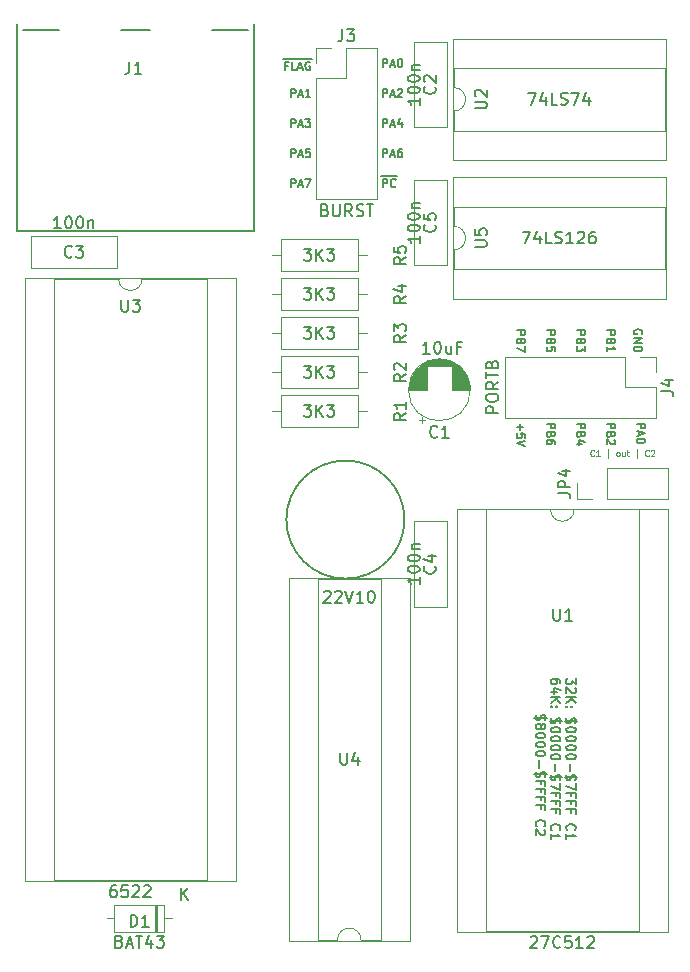
<source format=gto>
G04 #@! TF.GenerationSoftware,KiCad,Pcbnew,6.0.2+dfsg-1*
G04 #@! TF.CreationDate,2025-05-07T10:32:10+02:00*
G04 #@! TF.ProjectId,burstcart-via,62757273-7463-4617-9274-2d7669612e6b,1.1*
G04 #@! TF.SameCoordinates,Original*
G04 #@! TF.FileFunction,Legend,Top*
G04 #@! TF.FilePolarity,Positive*
%FSLAX46Y46*%
G04 Gerber Fmt 4.6, Leading zero omitted, Abs format (unit mm)*
G04 Created by KiCad (PCBNEW 6.0.2+dfsg-1) date 2025-05-07 10:32:10*
%MOMM*%
%LPD*%
G01*
G04 APERTURE LIST*
G04 Aperture macros list*
%AMRoundRect*
0 Rectangle with rounded corners*
0 $1 Rounding radius*
0 $2 $3 $4 $5 $6 $7 $8 $9 X,Y pos of 4 corners*
0 Add a 4 corners polygon primitive as box body*
4,1,4,$2,$3,$4,$5,$6,$7,$8,$9,$2,$3,0*
0 Add four circle primitives for the rounded corners*
1,1,$1+$1,$2,$3*
1,1,$1+$1,$4,$5*
1,1,$1+$1,$6,$7*
1,1,$1+$1,$8,$9*
0 Add four rect primitives between the rounded corners*
20,1,$1+$1,$2,$3,$4,$5,0*
20,1,$1+$1,$4,$5,$6,$7,0*
20,1,$1+$1,$6,$7,$8,$9,0*
20,1,$1+$1,$8,$9,$2,$3,0*%
G04 Aperture macros list end*
%ADD10C,0.175000*%
%ADD11C,0.200000*%
%ADD12C,0.125000*%
%ADD13C,0.150000*%
%ADD14C,0.120000*%
%ADD15C,0.127000*%
%ADD16C,1.600000*%
%ADD17O,1.600000X1.600000*%
%ADD18R,1.700000X1.700000*%
%ADD19O,1.700000X1.700000*%
%ADD20C,2.100000*%
%ADD21C,2.500000*%
%ADD22R,1.600000X1.600000*%
%ADD23C,5.000000*%
%ADD24RoundRect,0.163300X-0.337500X-4.512500X0.337500X-4.512500X0.337500X4.512500X-0.337500X4.512500X0*%
G04 APERTURE END LIST*
D10*
X173324000Y-78550250D02*
X173357333Y-78483583D01*
X173357333Y-78383583D01*
X173324000Y-78283583D01*
X173257333Y-78216916D01*
X173190666Y-78183583D01*
X173057333Y-78150250D01*
X172957333Y-78150250D01*
X172824000Y-78183583D01*
X172757333Y-78216916D01*
X172690666Y-78283583D01*
X172657333Y-78383583D01*
X172657333Y-78450250D01*
X172690666Y-78550250D01*
X172724000Y-78583583D01*
X172957333Y-78583583D01*
X172957333Y-78450250D01*
X172657333Y-78883583D02*
X173357333Y-78883583D01*
X172657333Y-79283583D01*
X173357333Y-79283583D01*
X172657333Y-79616916D02*
X173357333Y-79616916D01*
X173357333Y-79783583D01*
X173324000Y-79883583D01*
X173257333Y-79950250D01*
X173190666Y-79983583D01*
X173057333Y-80016916D01*
X172957333Y-80016916D01*
X172824000Y-79983583D01*
X172757333Y-79950250D01*
X172690666Y-79883583D01*
X172657333Y-79783583D01*
X172657333Y-79616916D01*
X163018000Y-86132416D02*
X163018000Y-86665750D01*
X162751333Y-86399083D02*
X163284666Y-86399083D01*
X163451333Y-87332416D02*
X163451333Y-86999083D01*
X163118000Y-86965750D01*
X163151333Y-86999083D01*
X163184666Y-87065750D01*
X163184666Y-87232416D01*
X163151333Y-87299083D01*
X163118000Y-87332416D01*
X163051333Y-87365750D01*
X162884666Y-87365750D01*
X162818000Y-87332416D01*
X162784666Y-87299083D01*
X162751333Y-87232416D01*
X162751333Y-87065750D01*
X162784666Y-86999083D01*
X162818000Y-86965750D01*
X163451333Y-87565750D02*
X162751333Y-87799083D01*
X163451333Y-88032416D01*
X167831333Y-86132416D02*
X168531333Y-86132416D01*
X168531333Y-86399083D01*
X168498000Y-86465750D01*
X168464666Y-86499083D01*
X168398000Y-86532416D01*
X168298000Y-86532416D01*
X168231333Y-86499083D01*
X168198000Y-86465750D01*
X168164666Y-86399083D01*
X168164666Y-86132416D01*
X168198000Y-87065750D02*
X168164666Y-87165750D01*
X168131333Y-87199083D01*
X168064666Y-87232416D01*
X167964666Y-87232416D01*
X167898000Y-87199083D01*
X167864666Y-87165750D01*
X167831333Y-87099083D01*
X167831333Y-86832416D01*
X168531333Y-86832416D01*
X168531333Y-87065750D01*
X168498000Y-87132416D01*
X168464666Y-87165750D01*
X168398000Y-87199083D01*
X168331333Y-87199083D01*
X168264666Y-87165750D01*
X168231333Y-87132416D01*
X168198000Y-87065750D01*
X168198000Y-86832416D01*
X168298000Y-87832416D02*
X167831333Y-87832416D01*
X168564666Y-87665750D02*
X168064666Y-87499083D01*
X168064666Y-87932416D01*
X143628250Y-66102666D02*
X143628250Y-65402666D01*
X143894916Y-65402666D01*
X143961583Y-65436000D01*
X143994916Y-65469333D01*
X144028250Y-65536000D01*
X144028250Y-65636000D01*
X143994916Y-65702666D01*
X143961583Y-65736000D01*
X143894916Y-65769333D01*
X143628250Y-65769333D01*
X144294916Y-65902666D02*
X144628250Y-65902666D01*
X144228250Y-66102666D02*
X144461583Y-65402666D01*
X144694916Y-66102666D01*
X144861583Y-65402666D02*
X145328250Y-65402666D01*
X145028250Y-66102666D01*
X151410416Y-61022666D02*
X151410416Y-60322666D01*
X151677083Y-60322666D01*
X151743750Y-60356000D01*
X151777083Y-60389333D01*
X151810416Y-60456000D01*
X151810416Y-60556000D01*
X151777083Y-60622666D01*
X151743750Y-60656000D01*
X151677083Y-60689333D01*
X151410416Y-60689333D01*
X152077083Y-60822666D02*
X152410416Y-60822666D01*
X152010416Y-61022666D02*
X152243750Y-60322666D01*
X152477083Y-61022666D01*
X153010416Y-60556000D02*
X153010416Y-61022666D01*
X152843750Y-60289333D02*
X152677083Y-60789333D01*
X153110416Y-60789333D01*
X143628250Y-58482666D02*
X143628250Y-57782666D01*
X143894916Y-57782666D01*
X143961583Y-57816000D01*
X143994916Y-57849333D01*
X144028250Y-57916000D01*
X144028250Y-58016000D01*
X143994916Y-58082666D01*
X143961583Y-58116000D01*
X143894916Y-58149333D01*
X143628250Y-58149333D01*
X144294916Y-58282666D02*
X144628250Y-58282666D01*
X144228250Y-58482666D02*
X144461583Y-57782666D01*
X144694916Y-58482666D01*
X145294916Y-58482666D02*
X144894916Y-58482666D01*
X145094916Y-58482666D02*
X145094916Y-57782666D01*
X145028250Y-57882666D01*
X144961583Y-57949333D01*
X144894916Y-57982666D01*
X165291333Y-78250250D02*
X165991333Y-78250250D01*
X165991333Y-78516916D01*
X165958000Y-78583583D01*
X165924666Y-78616916D01*
X165858000Y-78650250D01*
X165758000Y-78650250D01*
X165691333Y-78616916D01*
X165658000Y-78583583D01*
X165624666Y-78516916D01*
X165624666Y-78250250D01*
X165658000Y-79183583D02*
X165624666Y-79283583D01*
X165591333Y-79316916D01*
X165524666Y-79350250D01*
X165424666Y-79350250D01*
X165358000Y-79316916D01*
X165324666Y-79283583D01*
X165291333Y-79216916D01*
X165291333Y-78950250D01*
X165991333Y-78950250D01*
X165991333Y-79183583D01*
X165958000Y-79250250D01*
X165924666Y-79283583D01*
X165858000Y-79316916D01*
X165791333Y-79316916D01*
X165724666Y-79283583D01*
X165691333Y-79250250D01*
X165658000Y-79183583D01*
X165658000Y-78950250D01*
X165991333Y-79983583D02*
X165991333Y-79650250D01*
X165658000Y-79616916D01*
X165691333Y-79650250D01*
X165724666Y-79716916D01*
X165724666Y-79883583D01*
X165691333Y-79950250D01*
X165658000Y-79983583D01*
X165591333Y-80016916D01*
X165424666Y-80016916D01*
X165358000Y-79983583D01*
X165324666Y-79950250D01*
X165291333Y-79883583D01*
X165291333Y-79716916D01*
X165324666Y-79650250D01*
X165358000Y-79616916D01*
X151410416Y-55942666D02*
X151410416Y-55242666D01*
X151677083Y-55242666D01*
X151743750Y-55276000D01*
X151777083Y-55309333D01*
X151810416Y-55376000D01*
X151810416Y-55476000D01*
X151777083Y-55542666D01*
X151743750Y-55576000D01*
X151677083Y-55609333D01*
X151410416Y-55609333D01*
X152077083Y-55742666D02*
X152410416Y-55742666D01*
X152010416Y-55942666D02*
X152243750Y-55242666D01*
X152477083Y-55942666D01*
X152843750Y-55242666D02*
X152910416Y-55242666D01*
X152977083Y-55276000D01*
X153010416Y-55309333D01*
X153043750Y-55376000D01*
X153077083Y-55509333D01*
X153077083Y-55676000D01*
X153043750Y-55809333D01*
X153010416Y-55876000D01*
X152977083Y-55909333D01*
X152910416Y-55942666D01*
X152843750Y-55942666D01*
X152777083Y-55909333D01*
X152743750Y-55876000D01*
X152710416Y-55809333D01*
X152677083Y-55676000D01*
X152677083Y-55509333D01*
X152710416Y-55376000D01*
X152743750Y-55309333D01*
X152777083Y-55276000D01*
X152843750Y-55242666D01*
X172911333Y-86132416D02*
X173611333Y-86132416D01*
X173611333Y-86399083D01*
X173578000Y-86465750D01*
X173544666Y-86499083D01*
X173478000Y-86532416D01*
X173378000Y-86532416D01*
X173311333Y-86499083D01*
X173278000Y-86465750D01*
X173244666Y-86399083D01*
X173244666Y-86132416D01*
X173111333Y-86799083D02*
X173111333Y-87132416D01*
X172911333Y-86732416D02*
X173611333Y-86965750D01*
X172911333Y-87199083D01*
X173611333Y-87565750D02*
X173611333Y-87632416D01*
X173578000Y-87699083D01*
X173544666Y-87732416D01*
X173478000Y-87765750D01*
X173344666Y-87799083D01*
X173178000Y-87799083D01*
X173044666Y-87765750D01*
X172978000Y-87732416D01*
X172944666Y-87699083D01*
X172911333Y-87632416D01*
X172911333Y-87565750D01*
X172944666Y-87499083D01*
X172978000Y-87465750D01*
X173044666Y-87432416D01*
X173178000Y-87399083D01*
X173344666Y-87399083D01*
X173478000Y-87432416D01*
X173544666Y-87465750D01*
X173578000Y-87499083D01*
X173611333Y-87565750D01*
X162751333Y-78250250D02*
X163451333Y-78250250D01*
X163451333Y-78516916D01*
X163418000Y-78583583D01*
X163384666Y-78616916D01*
X163318000Y-78650250D01*
X163218000Y-78650250D01*
X163151333Y-78616916D01*
X163118000Y-78583583D01*
X163084666Y-78516916D01*
X163084666Y-78250250D01*
X163118000Y-79183583D02*
X163084666Y-79283583D01*
X163051333Y-79316916D01*
X162984666Y-79350250D01*
X162884666Y-79350250D01*
X162818000Y-79316916D01*
X162784666Y-79283583D01*
X162751333Y-79216916D01*
X162751333Y-78950250D01*
X163451333Y-78950250D01*
X163451333Y-79183583D01*
X163418000Y-79250250D01*
X163384666Y-79283583D01*
X163318000Y-79316916D01*
X163251333Y-79316916D01*
X163184666Y-79283583D01*
X163151333Y-79250250D01*
X163118000Y-79183583D01*
X163118000Y-78950250D01*
X163451333Y-79583583D02*
X163451333Y-80050250D01*
X162751333Y-79750250D01*
X170371333Y-78250250D02*
X171071333Y-78250250D01*
X171071333Y-78516916D01*
X171038000Y-78583583D01*
X171004666Y-78616916D01*
X170938000Y-78650250D01*
X170838000Y-78650250D01*
X170771333Y-78616916D01*
X170738000Y-78583583D01*
X170704666Y-78516916D01*
X170704666Y-78250250D01*
X170738000Y-79183583D02*
X170704666Y-79283583D01*
X170671333Y-79316916D01*
X170604666Y-79350250D01*
X170504666Y-79350250D01*
X170438000Y-79316916D01*
X170404666Y-79283583D01*
X170371333Y-79216916D01*
X170371333Y-78950250D01*
X171071333Y-78950250D01*
X171071333Y-79183583D01*
X171038000Y-79250250D01*
X171004666Y-79283583D01*
X170938000Y-79316916D01*
X170871333Y-79316916D01*
X170804666Y-79283583D01*
X170771333Y-79250250D01*
X170738000Y-79183583D01*
X170738000Y-78950250D01*
X170371333Y-80016916D02*
X170371333Y-79616916D01*
X170371333Y-79816916D02*
X171071333Y-79816916D01*
X170971333Y-79750250D01*
X170904666Y-79683583D01*
X170871333Y-79616916D01*
X143628250Y-61022666D02*
X143628250Y-60322666D01*
X143894916Y-60322666D01*
X143961583Y-60356000D01*
X143994916Y-60389333D01*
X144028250Y-60456000D01*
X144028250Y-60556000D01*
X143994916Y-60622666D01*
X143961583Y-60656000D01*
X143894916Y-60689333D01*
X143628250Y-60689333D01*
X144294916Y-60822666D02*
X144628250Y-60822666D01*
X144228250Y-61022666D02*
X144461583Y-60322666D01*
X144694916Y-61022666D01*
X144861583Y-60322666D02*
X145294916Y-60322666D01*
X145061583Y-60589333D01*
X145161583Y-60589333D01*
X145228250Y-60622666D01*
X145261583Y-60656000D01*
X145294916Y-60722666D01*
X145294916Y-60889333D01*
X145261583Y-60956000D01*
X145228250Y-60989333D01*
X145161583Y-61022666D01*
X144961583Y-61022666D01*
X144894916Y-60989333D01*
X144861583Y-60956000D01*
D11*
X167746495Y-107714685D02*
X167746495Y-108209923D01*
X167441733Y-107943257D01*
X167441733Y-108057542D01*
X167403638Y-108133733D01*
X167365542Y-108171828D01*
X167289352Y-108209923D01*
X167098876Y-108209923D01*
X167022685Y-108171828D01*
X166984590Y-108133733D01*
X166946495Y-108057542D01*
X166946495Y-107828971D01*
X166984590Y-107752780D01*
X167022685Y-107714685D01*
X167670304Y-108514685D02*
X167708400Y-108552780D01*
X167746495Y-108628971D01*
X167746495Y-108819447D01*
X167708400Y-108895638D01*
X167670304Y-108933733D01*
X167594114Y-108971828D01*
X167517923Y-108971828D01*
X167403638Y-108933733D01*
X166946495Y-108476590D01*
X166946495Y-108971828D01*
X166946495Y-109314685D02*
X167746495Y-109314685D01*
X166946495Y-109771828D02*
X167403638Y-109428971D01*
X167746495Y-109771828D02*
X167289352Y-109314685D01*
X167022685Y-110114685D02*
X166984590Y-110152780D01*
X166946495Y-110114685D01*
X166984590Y-110076590D01*
X167022685Y-110114685D01*
X166946495Y-110114685D01*
X167441733Y-110114685D02*
X167403638Y-110152780D01*
X167365542Y-110114685D01*
X167403638Y-110076590D01*
X167441733Y-110114685D01*
X167365542Y-110114685D01*
X166984590Y-111067066D02*
X166946495Y-111181352D01*
X166946495Y-111371828D01*
X166984590Y-111448019D01*
X167022685Y-111486114D01*
X167098876Y-111524209D01*
X167175066Y-111524209D01*
X167251257Y-111486114D01*
X167289352Y-111448019D01*
X167327447Y-111371828D01*
X167365542Y-111219447D01*
X167403638Y-111143257D01*
X167441733Y-111105161D01*
X167517923Y-111067066D01*
X167594114Y-111067066D01*
X167670304Y-111105161D01*
X167708400Y-111143257D01*
X167746495Y-111219447D01*
X167746495Y-111409923D01*
X167708400Y-111524209D01*
X167860780Y-111295638D02*
X166832209Y-111295638D01*
X167746495Y-112019447D02*
X167746495Y-112095638D01*
X167708400Y-112171828D01*
X167670304Y-112209923D01*
X167594114Y-112248019D01*
X167441733Y-112286114D01*
X167251257Y-112286114D01*
X167098876Y-112248019D01*
X167022685Y-112209923D01*
X166984590Y-112171828D01*
X166946495Y-112095638D01*
X166946495Y-112019447D01*
X166984590Y-111943257D01*
X167022685Y-111905161D01*
X167098876Y-111867066D01*
X167251257Y-111828971D01*
X167441733Y-111828971D01*
X167594114Y-111867066D01*
X167670304Y-111905161D01*
X167708400Y-111943257D01*
X167746495Y-112019447D01*
X167746495Y-112781352D02*
X167746495Y-112857542D01*
X167708400Y-112933733D01*
X167670304Y-112971828D01*
X167594114Y-113009923D01*
X167441733Y-113048019D01*
X167251257Y-113048019D01*
X167098876Y-113009923D01*
X167022685Y-112971828D01*
X166984590Y-112933733D01*
X166946495Y-112857542D01*
X166946495Y-112781352D01*
X166984590Y-112705161D01*
X167022685Y-112667066D01*
X167098876Y-112628971D01*
X167251257Y-112590876D01*
X167441733Y-112590876D01*
X167594114Y-112628971D01*
X167670304Y-112667066D01*
X167708400Y-112705161D01*
X167746495Y-112781352D01*
X167746495Y-113543257D02*
X167746495Y-113619447D01*
X167708400Y-113695638D01*
X167670304Y-113733733D01*
X167594114Y-113771828D01*
X167441733Y-113809923D01*
X167251257Y-113809923D01*
X167098876Y-113771828D01*
X167022685Y-113733733D01*
X166984590Y-113695638D01*
X166946495Y-113619447D01*
X166946495Y-113543257D01*
X166984590Y-113467066D01*
X167022685Y-113428971D01*
X167098876Y-113390876D01*
X167251257Y-113352780D01*
X167441733Y-113352780D01*
X167594114Y-113390876D01*
X167670304Y-113428971D01*
X167708400Y-113467066D01*
X167746495Y-113543257D01*
X167746495Y-114305161D02*
X167746495Y-114381352D01*
X167708400Y-114457542D01*
X167670304Y-114495638D01*
X167594114Y-114533733D01*
X167441733Y-114571828D01*
X167251257Y-114571828D01*
X167098876Y-114533733D01*
X167022685Y-114495638D01*
X166984590Y-114457542D01*
X166946495Y-114381352D01*
X166946495Y-114305161D01*
X166984590Y-114228971D01*
X167022685Y-114190876D01*
X167098876Y-114152780D01*
X167251257Y-114114685D01*
X167441733Y-114114685D01*
X167594114Y-114152780D01*
X167670304Y-114190876D01*
X167708400Y-114228971D01*
X167746495Y-114305161D01*
X167251257Y-114914685D02*
X167251257Y-115524209D01*
X166984590Y-115867066D02*
X166946495Y-115981352D01*
X166946495Y-116171828D01*
X166984590Y-116248019D01*
X167022685Y-116286114D01*
X167098876Y-116324209D01*
X167175066Y-116324209D01*
X167251257Y-116286114D01*
X167289352Y-116248019D01*
X167327447Y-116171828D01*
X167365542Y-116019447D01*
X167403638Y-115943257D01*
X167441733Y-115905161D01*
X167517923Y-115867066D01*
X167594114Y-115867066D01*
X167670304Y-115905161D01*
X167708400Y-115943257D01*
X167746495Y-116019447D01*
X167746495Y-116209923D01*
X167708400Y-116324209D01*
X167860780Y-116095638D02*
X166832209Y-116095638D01*
X167746495Y-116590876D02*
X167746495Y-117124209D01*
X166946495Y-116781352D01*
X167365542Y-117695638D02*
X167365542Y-117428971D01*
X166946495Y-117428971D02*
X167746495Y-117428971D01*
X167746495Y-117809923D01*
X167365542Y-118381352D02*
X167365542Y-118114685D01*
X166946495Y-118114685D02*
X167746495Y-118114685D01*
X167746495Y-118495638D01*
X167365542Y-119067066D02*
X167365542Y-118800400D01*
X166946495Y-118800400D02*
X167746495Y-118800400D01*
X167746495Y-119181352D01*
X167022685Y-120552780D02*
X166984590Y-120514685D01*
X166946495Y-120400400D01*
X166946495Y-120324209D01*
X166984590Y-120209923D01*
X167060780Y-120133733D01*
X167136971Y-120095638D01*
X167289352Y-120057542D01*
X167403638Y-120057542D01*
X167556019Y-120095638D01*
X167632209Y-120133733D01*
X167708400Y-120209923D01*
X167746495Y-120324209D01*
X167746495Y-120400400D01*
X167708400Y-120514685D01*
X167670304Y-120552780D01*
X166946495Y-121314685D02*
X166946495Y-120857542D01*
X166946495Y-121086114D02*
X167746495Y-121086114D01*
X167632209Y-121009923D01*
X167556019Y-120933733D01*
X167517923Y-120857542D01*
X166458495Y-108133733D02*
X166458495Y-107981352D01*
X166420400Y-107905161D01*
X166382304Y-107867066D01*
X166268019Y-107790876D01*
X166115638Y-107752780D01*
X165810876Y-107752780D01*
X165734685Y-107790876D01*
X165696590Y-107828971D01*
X165658495Y-107905161D01*
X165658495Y-108057542D01*
X165696590Y-108133733D01*
X165734685Y-108171828D01*
X165810876Y-108209923D01*
X166001352Y-108209923D01*
X166077542Y-108171828D01*
X166115638Y-108133733D01*
X166153733Y-108057542D01*
X166153733Y-107905161D01*
X166115638Y-107828971D01*
X166077542Y-107790876D01*
X166001352Y-107752780D01*
X166191828Y-108895638D02*
X165658495Y-108895638D01*
X166496590Y-108705161D02*
X165925161Y-108514685D01*
X165925161Y-109009923D01*
X165658495Y-109314685D02*
X166458495Y-109314685D01*
X165658495Y-109771828D02*
X166115638Y-109428971D01*
X166458495Y-109771828D02*
X166001352Y-109314685D01*
X165734685Y-110114685D02*
X165696590Y-110152780D01*
X165658495Y-110114685D01*
X165696590Y-110076590D01*
X165734685Y-110114685D01*
X165658495Y-110114685D01*
X166153733Y-110114685D02*
X166115638Y-110152780D01*
X166077542Y-110114685D01*
X166115638Y-110076590D01*
X166153733Y-110114685D01*
X166077542Y-110114685D01*
X165696590Y-111067066D02*
X165658495Y-111181352D01*
X165658495Y-111371828D01*
X165696590Y-111448019D01*
X165734685Y-111486114D01*
X165810876Y-111524209D01*
X165887066Y-111524209D01*
X165963257Y-111486114D01*
X166001352Y-111448019D01*
X166039447Y-111371828D01*
X166077542Y-111219447D01*
X166115638Y-111143257D01*
X166153733Y-111105161D01*
X166229923Y-111067066D01*
X166306114Y-111067066D01*
X166382304Y-111105161D01*
X166420400Y-111143257D01*
X166458495Y-111219447D01*
X166458495Y-111409923D01*
X166420400Y-111524209D01*
X166572780Y-111295638D02*
X165544209Y-111295638D01*
X166458495Y-112019447D02*
X166458495Y-112095638D01*
X166420400Y-112171828D01*
X166382304Y-112209923D01*
X166306114Y-112248019D01*
X166153733Y-112286114D01*
X165963257Y-112286114D01*
X165810876Y-112248019D01*
X165734685Y-112209923D01*
X165696590Y-112171828D01*
X165658495Y-112095638D01*
X165658495Y-112019447D01*
X165696590Y-111943257D01*
X165734685Y-111905161D01*
X165810876Y-111867066D01*
X165963257Y-111828971D01*
X166153733Y-111828971D01*
X166306114Y-111867066D01*
X166382304Y-111905161D01*
X166420400Y-111943257D01*
X166458495Y-112019447D01*
X166458495Y-112781352D02*
X166458495Y-112857542D01*
X166420400Y-112933733D01*
X166382304Y-112971828D01*
X166306114Y-113009923D01*
X166153733Y-113048019D01*
X165963257Y-113048019D01*
X165810876Y-113009923D01*
X165734685Y-112971828D01*
X165696590Y-112933733D01*
X165658495Y-112857542D01*
X165658495Y-112781352D01*
X165696590Y-112705161D01*
X165734685Y-112667066D01*
X165810876Y-112628971D01*
X165963257Y-112590876D01*
X166153733Y-112590876D01*
X166306114Y-112628971D01*
X166382304Y-112667066D01*
X166420400Y-112705161D01*
X166458495Y-112781352D01*
X166458495Y-113543257D02*
X166458495Y-113619447D01*
X166420400Y-113695638D01*
X166382304Y-113733733D01*
X166306114Y-113771828D01*
X166153733Y-113809923D01*
X165963257Y-113809923D01*
X165810876Y-113771828D01*
X165734685Y-113733733D01*
X165696590Y-113695638D01*
X165658495Y-113619447D01*
X165658495Y-113543257D01*
X165696590Y-113467066D01*
X165734685Y-113428971D01*
X165810876Y-113390876D01*
X165963257Y-113352780D01*
X166153733Y-113352780D01*
X166306114Y-113390876D01*
X166382304Y-113428971D01*
X166420400Y-113467066D01*
X166458495Y-113543257D01*
X166458495Y-114305161D02*
X166458495Y-114381352D01*
X166420400Y-114457542D01*
X166382304Y-114495638D01*
X166306114Y-114533733D01*
X166153733Y-114571828D01*
X165963257Y-114571828D01*
X165810876Y-114533733D01*
X165734685Y-114495638D01*
X165696590Y-114457542D01*
X165658495Y-114381352D01*
X165658495Y-114305161D01*
X165696590Y-114228971D01*
X165734685Y-114190876D01*
X165810876Y-114152780D01*
X165963257Y-114114685D01*
X166153733Y-114114685D01*
X166306114Y-114152780D01*
X166382304Y-114190876D01*
X166420400Y-114228971D01*
X166458495Y-114305161D01*
X165963257Y-114914685D02*
X165963257Y-115524209D01*
X165696590Y-115867066D02*
X165658495Y-115981352D01*
X165658495Y-116171828D01*
X165696590Y-116248019D01*
X165734685Y-116286114D01*
X165810876Y-116324209D01*
X165887066Y-116324209D01*
X165963257Y-116286114D01*
X166001352Y-116248019D01*
X166039447Y-116171828D01*
X166077542Y-116019447D01*
X166115638Y-115943257D01*
X166153733Y-115905161D01*
X166229923Y-115867066D01*
X166306114Y-115867066D01*
X166382304Y-115905161D01*
X166420400Y-115943257D01*
X166458495Y-116019447D01*
X166458495Y-116209923D01*
X166420400Y-116324209D01*
X166572780Y-116095638D02*
X165544209Y-116095638D01*
X166458495Y-116590876D02*
X166458495Y-117124209D01*
X165658495Y-116781352D01*
X166077542Y-117695638D02*
X166077542Y-117428971D01*
X165658495Y-117428971D02*
X166458495Y-117428971D01*
X166458495Y-117809923D01*
X166077542Y-118381352D02*
X166077542Y-118114685D01*
X165658495Y-118114685D02*
X166458495Y-118114685D01*
X166458495Y-118495638D01*
X166077542Y-119067066D02*
X166077542Y-118800400D01*
X165658495Y-118800400D02*
X166458495Y-118800400D01*
X166458495Y-119181352D01*
X165734685Y-120552780D02*
X165696590Y-120514685D01*
X165658495Y-120400400D01*
X165658495Y-120324209D01*
X165696590Y-120209923D01*
X165772780Y-120133733D01*
X165848971Y-120095638D01*
X166001352Y-120057542D01*
X166115638Y-120057542D01*
X166268019Y-120095638D01*
X166344209Y-120133733D01*
X166420400Y-120209923D01*
X166458495Y-120324209D01*
X166458495Y-120400400D01*
X166420400Y-120514685D01*
X166382304Y-120552780D01*
X165658495Y-121314685D02*
X165658495Y-120857542D01*
X165658495Y-121086114D02*
X166458495Y-121086114D01*
X166344209Y-121009923D01*
X166268019Y-120933733D01*
X166229923Y-120857542D01*
X164408590Y-110800400D02*
X164370495Y-110914685D01*
X164370495Y-111105161D01*
X164408590Y-111181352D01*
X164446685Y-111219447D01*
X164522876Y-111257542D01*
X164599066Y-111257542D01*
X164675257Y-111219447D01*
X164713352Y-111181352D01*
X164751447Y-111105161D01*
X164789542Y-110952780D01*
X164827638Y-110876590D01*
X164865733Y-110838495D01*
X164941923Y-110800400D01*
X165018114Y-110800400D01*
X165094304Y-110838495D01*
X165132400Y-110876590D01*
X165170495Y-110952780D01*
X165170495Y-111143257D01*
X165132400Y-111257542D01*
X165284780Y-111028971D02*
X164256209Y-111028971D01*
X164827638Y-111714685D02*
X164865733Y-111638495D01*
X164903828Y-111600400D01*
X164980019Y-111562304D01*
X165018114Y-111562304D01*
X165094304Y-111600400D01*
X165132400Y-111638495D01*
X165170495Y-111714685D01*
X165170495Y-111867066D01*
X165132400Y-111943257D01*
X165094304Y-111981352D01*
X165018114Y-112019447D01*
X164980019Y-112019447D01*
X164903828Y-111981352D01*
X164865733Y-111943257D01*
X164827638Y-111867066D01*
X164827638Y-111714685D01*
X164789542Y-111638495D01*
X164751447Y-111600400D01*
X164675257Y-111562304D01*
X164522876Y-111562304D01*
X164446685Y-111600400D01*
X164408590Y-111638495D01*
X164370495Y-111714685D01*
X164370495Y-111867066D01*
X164408590Y-111943257D01*
X164446685Y-111981352D01*
X164522876Y-112019447D01*
X164675257Y-112019447D01*
X164751447Y-111981352D01*
X164789542Y-111943257D01*
X164827638Y-111867066D01*
X165170495Y-112514685D02*
X165170495Y-112590876D01*
X165132400Y-112667066D01*
X165094304Y-112705161D01*
X165018114Y-112743257D01*
X164865733Y-112781352D01*
X164675257Y-112781352D01*
X164522876Y-112743257D01*
X164446685Y-112705161D01*
X164408590Y-112667066D01*
X164370495Y-112590876D01*
X164370495Y-112514685D01*
X164408590Y-112438495D01*
X164446685Y-112400400D01*
X164522876Y-112362304D01*
X164675257Y-112324209D01*
X164865733Y-112324209D01*
X165018114Y-112362304D01*
X165094304Y-112400400D01*
X165132400Y-112438495D01*
X165170495Y-112514685D01*
X165170495Y-113276590D02*
X165170495Y-113352780D01*
X165132400Y-113428971D01*
X165094304Y-113467066D01*
X165018114Y-113505161D01*
X164865733Y-113543257D01*
X164675257Y-113543257D01*
X164522876Y-113505161D01*
X164446685Y-113467066D01*
X164408590Y-113428971D01*
X164370495Y-113352780D01*
X164370495Y-113276590D01*
X164408590Y-113200400D01*
X164446685Y-113162304D01*
X164522876Y-113124209D01*
X164675257Y-113086114D01*
X164865733Y-113086114D01*
X165018114Y-113124209D01*
X165094304Y-113162304D01*
X165132400Y-113200400D01*
X165170495Y-113276590D01*
X165170495Y-114038495D02*
X165170495Y-114114685D01*
X165132400Y-114190876D01*
X165094304Y-114228971D01*
X165018114Y-114267066D01*
X164865733Y-114305161D01*
X164675257Y-114305161D01*
X164522876Y-114267066D01*
X164446685Y-114228971D01*
X164408590Y-114190876D01*
X164370495Y-114114685D01*
X164370495Y-114038495D01*
X164408590Y-113962304D01*
X164446685Y-113924209D01*
X164522876Y-113886114D01*
X164675257Y-113848019D01*
X164865733Y-113848019D01*
X165018114Y-113886114D01*
X165094304Y-113924209D01*
X165132400Y-113962304D01*
X165170495Y-114038495D01*
X164675257Y-114648019D02*
X164675257Y-115257542D01*
X164408590Y-115600400D02*
X164370495Y-115714685D01*
X164370495Y-115905161D01*
X164408590Y-115981352D01*
X164446685Y-116019447D01*
X164522876Y-116057542D01*
X164599066Y-116057542D01*
X164675257Y-116019447D01*
X164713352Y-115981352D01*
X164751447Y-115905161D01*
X164789542Y-115752780D01*
X164827638Y-115676590D01*
X164865733Y-115638495D01*
X164941923Y-115600400D01*
X165018114Y-115600400D01*
X165094304Y-115638495D01*
X165132400Y-115676590D01*
X165170495Y-115752780D01*
X165170495Y-115943257D01*
X165132400Y-116057542D01*
X165284780Y-115828971D02*
X164256209Y-115828971D01*
X164789542Y-116667066D02*
X164789542Y-116400400D01*
X164370495Y-116400400D02*
X165170495Y-116400400D01*
X165170495Y-116781352D01*
X164789542Y-117352780D02*
X164789542Y-117086114D01*
X164370495Y-117086114D02*
X165170495Y-117086114D01*
X165170495Y-117467066D01*
X164789542Y-118038495D02*
X164789542Y-117771828D01*
X164370495Y-117771828D02*
X165170495Y-117771828D01*
X165170495Y-118152780D01*
X164789542Y-118724209D02*
X164789542Y-118457542D01*
X164370495Y-118457542D02*
X165170495Y-118457542D01*
X165170495Y-118838495D01*
X164446685Y-120209923D02*
X164408590Y-120171828D01*
X164370495Y-120057542D01*
X164370495Y-119981352D01*
X164408590Y-119867066D01*
X164484780Y-119790876D01*
X164560971Y-119752780D01*
X164713352Y-119714685D01*
X164827638Y-119714685D01*
X164980019Y-119752780D01*
X165056209Y-119790876D01*
X165132400Y-119867066D01*
X165170495Y-119981352D01*
X165170495Y-120057542D01*
X165132400Y-120171828D01*
X165094304Y-120209923D01*
X165094304Y-120514685D02*
X165132400Y-120552780D01*
X165170495Y-120628971D01*
X165170495Y-120819447D01*
X165132400Y-120895638D01*
X165094304Y-120933733D01*
X165018114Y-120971828D01*
X164941923Y-120971828D01*
X164827638Y-120933733D01*
X164370495Y-120476590D01*
X164370495Y-120971828D01*
D10*
X143628250Y-63562666D02*
X143628250Y-62862666D01*
X143894916Y-62862666D01*
X143961583Y-62896000D01*
X143994916Y-62929333D01*
X144028250Y-62996000D01*
X144028250Y-63096000D01*
X143994916Y-63162666D01*
X143961583Y-63196000D01*
X143894916Y-63229333D01*
X143628250Y-63229333D01*
X144294916Y-63362666D02*
X144628250Y-63362666D01*
X144228250Y-63562666D02*
X144461583Y-62862666D01*
X144694916Y-63562666D01*
X145261583Y-62862666D02*
X144928250Y-62862666D01*
X144894916Y-63196000D01*
X144928250Y-63162666D01*
X144994916Y-63129333D01*
X145161583Y-63129333D01*
X145228250Y-63162666D01*
X145261583Y-63196000D01*
X145294916Y-63262666D01*
X145294916Y-63429333D01*
X145261583Y-63496000D01*
X145228250Y-63529333D01*
X145161583Y-63562666D01*
X144994916Y-63562666D01*
X144928250Y-63529333D01*
X144894916Y-63496000D01*
X151243750Y-65205000D02*
X151943750Y-65205000D01*
X151410416Y-66102666D02*
X151410416Y-65402666D01*
X151677083Y-65402666D01*
X151743750Y-65436000D01*
X151777083Y-65469333D01*
X151810416Y-65536000D01*
X151810416Y-65636000D01*
X151777083Y-65702666D01*
X151743750Y-65736000D01*
X151677083Y-65769333D01*
X151410416Y-65769333D01*
X151943750Y-65205000D02*
X152643750Y-65205000D01*
X152510416Y-66036000D02*
X152477083Y-66069333D01*
X152377083Y-66102666D01*
X152310416Y-66102666D01*
X152210416Y-66069333D01*
X152143750Y-66002666D01*
X152110416Y-65936000D01*
X152077083Y-65802666D01*
X152077083Y-65702666D01*
X152110416Y-65569333D01*
X152143750Y-65502666D01*
X152210416Y-65436000D01*
X152310416Y-65402666D01*
X152377083Y-65402666D01*
X152477083Y-65436000D01*
X152510416Y-65469333D01*
X170371333Y-86132416D02*
X171071333Y-86132416D01*
X171071333Y-86399083D01*
X171038000Y-86465750D01*
X171004666Y-86499083D01*
X170938000Y-86532416D01*
X170838000Y-86532416D01*
X170771333Y-86499083D01*
X170738000Y-86465750D01*
X170704666Y-86399083D01*
X170704666Y-86132416D01*
X170738000Y-87065750D02*
X170704666Y-87165750D01*
X170671333Y-87199083D01*
X170604666Y-87232416D01*
X170504666Y-87232416D01*
X170438000Y-87199083D01*
X170404666Y-87165750D01*
X170371333Y-87099083D01*
X170371333Y-86832416D01*
X171071333Y-86832416D01*
X171071333Y-87065750D01*
X171038000Y-87132416D01*
X171004666Y-87165750D01*
X170938000Y-87199083D01*
X170871333Y-87199083D01*
X170804666Y-87165750D01*
X170771333Y-87132416D01*
X170738000Y-87065750D01*
X170738000Y-86832416D01*
X171004666Y-87499083D02*
X171038000Y-87532416D01*
X171071333Y-87599083D01*
X171071333Y-87765750D01*
X171038000Y-87832416D01*
X171004666Y-87865750D01*
X170938000Y-87899083D01*
X170871333Y-87899083D01*
X170771333Y-87865750D01*
X170371333Y-87465750D01*
X170371333Y-87899083D01*
X167831333Y-78250250D02*
X168531333Y-78250250D01*
X168531333Y-78516916D01*
X168498000Y-78583583D01*
X168464666Y-78616916D01*
X168398000Y-78650250D01*
X168298000Y-78650250D01*
X168231333Y-78616916D01*
X168198000Y-78583583D01*
X168164666Y-78516916D01*
X168164666Y-78250250D01*
X168198000Y-79183583D02*
X168164666Y-79283583D01*
X168131333Y-79316916D01*
X168064666Y-79350250D01*
X167964666Y-79350250D01*
X167898000Y-79316916D01*
X167864666Y-79283583D01*
X167831333Y-79216916D01*
X167831333Y-78950250D01*
X168531333Y-78950250D01*
X168531333Y-79183583D01*
X168498000Y-79250250D01*
X168464666Y-79283583D01*
X168398000Y-79316916D01*
X168331333Y-79316916D01*
X168264666Y-79283583D01*
X168231333Y-79250250D01*
X168198000Y-79183583D01*
X168198000Y-78950250D01*
X168531333Y-79583583D02*
X168531333Y-80016916D01*
X168264666Y-79783583D01*
X168264666Y-79883583D01*
X168231333Y-79950250D01*
X168198000Y-79983583D01*
X168131333Y-80016916D01*
X167964666Y-80016916D01*
X167898000Y-79983583D01*
X167864666Y-79950250D01*
X167831333Y-79883583D01*
X167831333Y-79683583D01*
X167864666Y-79616916D01*
X167898000Y-79583583D01*
X151410416Y-58482666D02*
X151410416Y-57782666D01*
X151677083Y-57782666D01*
X151743750Y-57816000D01*
X151777083Y-57849333D01*
X151810416Y-57916000D01*
X151810416Y-58016000D01*
X151777083Y-58082666D01*
X151743750Y-58116000D01*
X151677083Y-58149333D01*
X151410416Y-58149333D01*
X152077083Y-58282666D02*
X152410416Y-58282666D01*
X152010416Y-58482666D02*
X152243750Y-57782666D01*
X152477083Y-58482666D01*
X152677083Y-57849333D02*
X152710416Y-57816000D01*
X152777083Y-57782666D01*
X152943750Y-57782666D01*
X153010416Y-57816000D01*
X153043750Y-57849333D01*
X153077083Y-57916000D01*
X153077083Y-57982666D01*
X153043750Y-58082666D01*
X152643750Y-58482666D01*
X153077083Y-58482666D01*
X165291333Y-86132416D02*
X165991333Y-86132416D01*
X165991333Y-86399083D01*
X165958000Y-86465750D01*
X165924666Y-86499083D01*
X165858000Y-86532416D01*
X165758000Y-86532416D01*
X165691333Y-86499083D01*
X165658000Y-86465750D01*
X165624666Y-86399083D01*
X165624666Y-86132416D01*
X165658000Y-87065750D02*
X165624666Y-87165750D01*
X165591333Y-87199083D01*
X165524666Y-87232416D01*
X165424666Y-87232416D01*
X165358000Y-87199083D01*
X165324666Y-87165750D01*
X165291333Y-87099083D01*
X165291333Y-86832416D01*
X165991333Y-86832416D01*
X165991333Y-87065750D01*
X165958000Y-87132416D01*
X165924666Y-87165750D01*
X165858000Y-87199083D01*
X165791333Y-87199083D01*
X165724666Y-87165750D01*
X165691333Y-87132416D01*
X165658000Y-87065750D01*
X165658000Y-86832416D01*
X165991333Y-87832416D02*
X165991333Y-87699083D01*
X165958000Y-87632416D01*
X165924666Y-87599083D01*
X165824666Y-87532416D01*
X165691333Y-87499083D01*
X165424666Y-87499083D01*
X165358000Y-87532416D01*
X165324666Y-87565750D01*
X165291333Y-87632416D01*
X165291333Y-87765750D01*
X165324666Y-87832416D01*
X165358000Y-87865750D01*
X165424666Y-87899083D01*
X165591333Y-87899083D01*
X165658000Y-87865750D01*
X165691333Y-87832416D01*
X165724666Y-87765750D01*
X165724666Y-87632416D01*
X165691333Y-87565750D01*
X165658000Y-87532416D01*
X165591333Y-87499083D01*
X142961583Y-55299000D02*
X143561583Y-55299000D01*
X143361583Y-55830000D02*
X143128250Y-55830000D01*
X143128250Y-56196666D02*
X143128250Y-55496666D01*
X143461583Y-55496666D01*
X143561583Y-55299000D02*
X144128250Y-55299000D01*
X144061583Y-56196666D02*
X143728250Y-56196666D01*
X143728250Y-55496666D01*
X144128250Y-55299000D02*
X144728250Y-55299000D01*
X144261583Y-55996666D02*
X144594916Y-55996666D01*
X144194916Y-56196666D02*
X144428250Y-55496666D01*
X144661583Y-56196666D01*
X144728250Y-55299000D02*
X145428250Y-55299000D01*
X145261583Y-55530000D02*
X145194916Y-55496666D01*
X145094916Y-55496666D01*
X144994916Y-55530000D01*
X144928250Y-55596666D01*
X144894916Y-55663333D01*
X144861583Y-55796666D01*
X144861583Y-55896666D01*
X144894916Y-56030000D01*
X144928250Y-56096666D01*
X144994916Y-56163333D01*
X145094916Y-56196666D01*
X145161583Y-56196666D01*
X145261583Y-56163333D01*
X145294916Y-56130000D01*
X145294916Y-55896666D01*
X145161583Y-55896666D01*
D12*
X169299238Y-88824571D02*
X169275428Y-88848380D01*
X169204000Y-88872190D01*
X169156380Y-88872190D01*
X169084952Y-88848380D01*
X169037333Y-88800761D01*
X169013523Y-88753142D01*
X168989714Y-88657904D01*
X168989714Y-88586476D01*
X169013523Y-88491238D01*
X169037333Y-88443619D01*
X169084952Y-88396000D01*
X169156380Y-88372190D01*
X169204000Y-88372190D01*
X169275428Y-88396000D01*
X169299238Y-88419809D01*
X169775428Y-88872190D02*
X169489714Y-88872190D01*
X169632571Y-88872190D02*
X169632571Y-88372190D01*
X169584952Y-88443619D01*
X169537333Y-88491238D01*
X169489714Y-88515047D01*
X170489714Y-89038857D02*
X170489714Y-88324571D01*
X171299238Y-88872190D02*
X171251619Y-88848380D01*
X171227809Y-88824571D01*
X171204000Y-88776952D01*
X171204000Y-88634095D01*
X171227809Y-88586476D01*
X171251619Y-88562666D01*
X171299238Y-88538857D01*
X171370666Y-88538857D01*
X171418285Y-88562666D01*
X171442095Y-88586476D01*
X171465904Y-88634095D01*
X171465904Y-88776952D01*
X171442095Y-88824571D01*
X171418285Y-88848380D01*
X171370666Y-88872190D01*
X171299238Y-88872190D01*
X171894476Y-88538857D02*
X171894476Y-88872190D01*
X171680190Y-88538857D02*
X171680190Y-88800761D01*
X171704000Y-88848380D01*
X171751619Y-88872190D01*
X171823047Y-88872190D01*
X171870666Y-88848380D01*
X171894476Y-88824571D01*
X172061142Y-88538857D02*
X172251619Y-88538857D01*
X172132571Y-88372190D02*
X172132571Y-88800761D01*
X172156380Y-88848380D01*
X172204000Y-88872190D01*
X172251619Y-88872190D01*
X172918285Y-89038857D02*
X172918285Y-88324571D01*
X173942095Y-88824571D02*
X173918285Y-88848380D01*
X173846857Y-88872190D01*
X173799238Y-88872190D01*
X173727809Y-88848380D01*
X173680190Y-88800761D01*
X173656380Y-88753142D01*
X173632571Y-88657904D01*
X173632571Y-88586476D01*
X173656380Y-88491238D01*
X173680190Y-88443619D01*
X173727809Y-88396000D01*
X173799238Y-88372190D01*
X173846857Y-88372190D01*
X173918285Y-88396000D01*
X173942095Y-88419809D01*
X174132571Y-88419809D02*
X174156380Y-88396000D01*
X174204000Y-88372190D01*
X174323047Y-88372190D01*
X174370666Y-88396000D01*
X174394476Y-88419809D01*
X174418285Y-88467428D01*
X174418285Y-88515047D01*
X174394476Y-88586476D01*
X174108761Y-88872190D01*
X174418285Y-88872190D01*
D10*
X151410416Y-63562666D02*
X151410416Y-62862666D01*
X151677083Y-62862666D01*
X151743750Y-62896000D01*
X151777083Y-62929333D01*
X151810416Y-62996000D01*
X151810416Y-63096000D01*
X151777083Y-63162666D01*
X151743750Y-63196000D01*
X151677083Y-63229333D01*
X151410416Y-63229333D01*
X152077083Y-63362666D02*
X152410416Y-63362666D01*
X152010416Y-63562666D02*
X152243750Y-62862666D01*
X152477083Y-63562666D01*
X153010416Y-62862666D02*
X152877083Y-62862666D01*
X152810416Y-62896000D01*
X152777083Y-62929333D01*
X152710416Y-63029333D01*
X152677083Y-63162666D01*
X152677083Y-63429333D01*
X152710416Y-63496000D01*
X152743750Y-63529333D01*
X152810416Y-63562666D01*
X152943750Y-63562666D01*
X153010416Y-63529333D01*
X153043750Y-63496000D01*
X153077083Y-63429333D01*
X153077083Y-63262666D01*
X153043750Y-63196000D01*
X153010416Y-63162666D01*
X152943750Y-63129333D01*
X152810416Y-63129333D01*
X152743750Y-63162666D01*
X152710416Y-63196000D01*
X152677083Y-63262666D01*
D13*
X153360380Y-75350666D02*
X152884190Y-75684000D01*
X153360380Y-75922095D02*
X152360380Y-75922095D01*
X152360380Y-75541142D01*
X152408000Y-75445904D01*
X152455619Y-75398285D01*
X152550857Y-75350666D01*
X152693714Y-75350666D01*
X152788952Y-75398285D01*
X152836571Y-75445904D01*
X152884190Y-75541142D01*
X152884190Y-75922095D01*
X152693714Y-74493523D02*
X153360380Y-74493523D01*
X152312761Y-74731619D02*
X153027047Y-74969714D01*
X153027047Y-74350666D01*
X144740476Y-74636380D02*
X145359523Y-74636380D01*
X145026190Y-75017333D01*
X145169047Y-75017333D01*
X145264285Y-75064952D01*
X145311904Y-75112571D01*
X145359523Y-75207809D01*
X145359523Y-75445904D01*
X145311904Y-75541142D01*
X145264285Y-75588761D01*
X145169047Y-75636380D01*
X144883333Y-75636380D01*
X144788095Y-75588761D01*
X144740476Y-75541142D01*
X145788095Y-75636380D02*
X145788095Y-74636380D01*
X146359523Y-75636380D02*
X145930952Y-75064952D01*
X146359523Y-74636380D02*
X145788095Y-75207809D01*
X146692857Y-74636380D02*
X147311904Y-74636380D01*
X146978571Y-75017333D01*
X147121428Y-75017333D01*
X147216666Y-75064952D01*
X147264285Y-75112571D01*
X147311904Y-75207809D01*
X147311904Y-75445904D01*
X147264285Y-75541142D01*
X147216666Y-75588761D01*
X147121428Y-75636380D01*
X146835714Y-75636380D01*
X146740476Y-75588761D01*
X146692857Y-75541142D01*
X125095333Y-71985142D02*
X125047714Y-72032761D01*
X124904857Y-72080380D01*
X124809619Y-72080380D01*
X124666761Y-72032761D01*
X124571523Y-71937523D01*
X124523904Y-71842285D01*
X124476285Y-71651809D01*
X124476285Y-71508952D01*
X124523904Y-71318476D01*
X124571523Y-71223238D01*
X124666761Y-71128000D01*
X124809619Y-71080380D01*
X124904857Y-71080380D01*
X125047714Y-71128000D01*
X125095333Y-71175619D01*
X125428666Y-71080380D02*
X126047714Y-71080380D01*
X125714380Y-71461333D01*
X125857238Y-71461333D01*
X125952476Y-71508952D01*
X126000095Y-71556571D01*
X126047714Y-71651809D01*
X126047714Y-71889904D01*
X126000095Y-71985142D01*
X125952476Y-72032761D01*
X125857238Y-72080380D01*
X125571523Y-72080380D01*
X125476285Y-72032761D01*
X125428666Y-71985142D01*
X124142952Y-69580380D02*
X123571523Y-69580380D01*
X123857238Y-69580380D02*
X123857238Y-68580380D01*
X123762000Y-68723238D01*
X123666761Y-68818476D01*
X123571523Y-68866095D01*
X124762000Y-68580380D02*
X124857238Y-68580380D01*
X124952476Y-68628000D01*
X125000095Y-68675619D01*
X125047714Y-68770857D01*
X125095333Y-68961333D01*
X125095333Y-69199428D01*
X125047714Y-69389904D01*
X125000095Y-69485142D01*
X124952476Y-69532761D01*
X124857238Y-69580380D01*
X124762000Y-69580380D01*
X124666761Y-69532761D01*
X124619142Y-69485142D01*
X124571523Y-69389904D01*
X124523904Y-69199428D01*
X124523904Y-68961333D01*
X124571523Y-68770857D01*
X124619142Y-68675619D01*
X124666761Y-68628000D01*
X124762000Y-68580380D01*
X125714380Y-68580380D02*
X125809619Y-68580380D01*
X125904857Y-68628000D01*
X125952476Y-68675619D01*
X126000095Y-68770857D01*
X126047714Y-68961333D01*
X126047714Y-69199428D01*
X126000095Y-69389904D01*
X125952476Y-69485142D01*
X125904857Y-69532761D01*
X125809619Y-69580380D01*
X125714380Y-69580380D01*
X125619142Y-69532761D01*
X125571523Y-69485142D01*
X125523904Y-69389904D01*
X125476285Y-69199428D01*
X125476285Y-68961333D01*
X125523904Y-68770857D01*
X125571523Y-68675619D01*
X125619142Y-68628000D01*
X125714380Y-68580380D01*
X126476285Y-68913714D02*
X126476285Y-69580380D01*
X126476285Y-69008952D02*
X126523904Y-68961333D01*
X126619142Y-68913714D01*
X126762000Y-68913714D01*
X126857238Y-68961333D01*
X126904857Y-69056571D01*
X126904857Y-69580380D01*
X148002666Y-52748380D02*
X148002666Y-53462666D01*
X147955047Y-53605523D01*
X147859809Y-53700761D01*
X147716952Y-53748380D01*
X147621714Y-53748380D01*
X148383619Y-52748380D02*
X149002666Y-52748380D01*
X148669333Y-53129333D01*
X148812190Y-53129333D01*
X148907428Y-53176952D01*
X148955047Y-53224571D01*
X149002666Y-53319809D01*
X149002666Y-53557904D01*
X148955047Y-53653142D01*
X148907428Y-53700761D01*
X148812190Y-53748380D01*
X148526476Y-53748380D01*
X148431238Y-53700761D01*
X148383619Y-53653142D01*
X146526476Y-68044571D02*
X146669333Y-68092190D01*
X146716952Y-68139809D01*
X146764571Y-68235047D01*
X146764571Y-68377904D01*
X146716952Y-68473142D01*
X146669333Y-68520761D01*
X146574095Y-68568380D01*
X146193142Y-68568380D01*
X146193142Y-67568380D01*
X146526476Y-67568380D01*
X146621714Y-67616000D01*
X146669333Y-67663619D01*
X146716952Y-67758857D01*
X146716952Y-67854095D01*
X146669333Y-67949333D01*
X146621714Y-67996952D01*
X146526476Y-68044571D01*
X146193142Y-68044571D01*
X147193142Y-67568380D02*
X147193142Y-68377904D01*
X147240761Y-68473142D01*
X147288380Y-68520761D01*
X147383619Y-68568380D01*
X147574095Y-68568380D01*
X147669333Y-68520761D01*
X147716952Y-68473142D01*
X147764571Y-68377904D01*
X147764571Y-67568380D01*
X148812190Y-68568380D02*
X148478857Y-68092190D01*
X148240761Y-68568380D02*
X148240761Y-67568380D01*
X148621714Y-67568380D01*
X148716952Y-67616000D01*
X148764571Y-67663619D01*
X148812190Y-67758857D01*
X148812190Y-67901714D01*
X148764571Y-67996952D01*
X148716952Y-68044571D01*
X148621714Y-68092190D01*
X148240761Y-68092190D01*
X149193142Y-68520761D02*
X149336000Y-68568380D01*
X149574095Y-68568380D01*
X149669333Y-68520761D01*
X149716952Y-68473142D01*
X149764571Y-68377904D01*
X149764571Y-68282666D01*
X149716952Y-68187428D01*
X149669333Y-68139809D01*
X149574095Y-68092190D01*
X149383619Y-68044571D01*
X149288380Y-67996952D01*
X149240761Y-67949333D01*
X149193142Y-67854095D01*
X149193142Y-67758857D01*
X149240761Y-67663619D01*
X149288380Y-67616000D01*
X149383619Y-67568380D01*
X149621714Y-67568380D01*
X149764571Y-67616000D01*
X150050285Y-67568380D02*
X150621714Y-67568380D01*
X150336000Y-68568380D02*
X150336000Y-67568380D01*
X129968666Y-55496380D02*
X129968666Y-56210666D01*
X129921047Y-56353523D01*
X129825809Y-56448761D01*
X129682952Y-56496380D01*
X129587714Y-56496380D01*
X130968666Y-56496380D02*
X130397238Y-56496380D01*
X130682952Y-56496380D02*
X130682952Y-55496380D01*
X130587714Y-55639238D01*
X130492476Y-55734476D01*
X130397238Y-55782095D01*
X165857095Y-101814380D02*
X165857095Y-102623904D01*
X165904714Y-102719142D01*
X165952333Y-102766761D01*
X166047571Y-102814380D01*
X166238047Y-102814380D01*
X166333285Y-102766761D01*
X166380904Y-102719142D01*
X166428523Y-102623904D01*
X166428523Y-101814380D01*
X167428523Y-102814380D02*
X166857095Y-102814380D01*
X167142809Y-102814380D02*
X167142809Y-101814380D01*
X167047571Y-101957238D01*
X166952333Y-102052476D01*
X166857095Y-102100095D01*
X163928523Y-129624619D02*
X163976142Y-129577000D01*
X164071380Y-129529380D01*
X164309476Y-129529380D01*
X164404714Y-129577000D01*
X164452333Y-129624619D01*
X164499952Y-129719857D01*
X164499952Y-129815095D01*
X164452333Y-129957952D01*
X163880904Y-130529380D01*
X164499952Y-130529380D01*
X164833285Y-129529380D02*
X165499952Y-129529380D01*
X165071380Y-130529380D01*
X166452333Y-130434142D02*
X166404714Y-130481761D01*
X166261857Y-130529380D01*
X166166619Y-130529380D01*
X166023761Y-130481761D01*
X165928523Y-130386523D01*
X165880904Y-130291285D01*
X165833285Y-130100809D01*
X165833285Y-129957952D01*
X165880904Y-129767476D01*
X165928523Y-129672238D01*
X166023761Y-129577000D01*
X166166619Y-129529380D01*
X166261857Y-129529380D01*
X166404714Y-129577000D01*
X166452333Y-129624619D01*
X167357095Y-129529380D02*
X166880904Y-129529380D01*
X166833285Y-130005571D01*
X166880904Y-129957952D01*
X166976142Y-129910333D01*
X167214238Y-129910333D01*
X167309476Y-129957952D01*
X167357095Y-130005571D01*
X167404714Y-130100809D01*
X167404714Y-130338904D01*
X167357095Y-130434142D01*
X167309476Y-130481761D01*
X167214238Y-130529380D01*
X166976142Y-130529380D01*
X166880904Y-130481761D01*
X166833285Y-130434142D01*
X168357095Y-130529380D02*
X167785666Y-130529380D01*
X168071380Y-130529380D02*
X168071380Y-129529380D01*
X167976142Y-129672238D01*
X167880904Y-129767476D01*
X167785666Y-129815095D01*
X168738047Y-129624619D02*
X168785666Y-129577000D01*
X168880904Y-129529380D01*
X169119000Y-129529380D01*
X169214238Y-129577000D01*
X169261857Y-129624619D01*
X169309476Y-129719857D01*
X169309476Y-129815095D01*
X169261857Y-129957952D01*
X168690428Y-130529380D01*
X169309476Y-130529380D01*
X155805142Y-98210666D02*
X155852761Y-98258285D01*
X155900380Y-98401142D01*
X155900380Y-98496380D01*
X155852761Y-98639238D01*
X155757523Y-98734476D01*
X155662285Y-98782095D01*
X155471809Y-98829714D01*
X155328952Y-98829714D01*
X155138476Y-98782095D01*
X155043238Y-98734476D01*
X154948000Y-98639238D01*
X154900380Y-98496380D01*
X154900380Y-98401142D01*
X154948000Y-98258285D01*
X154995619Y-98210666D01*
X155233714Y-97353523D02*
X155900380Y-97353523D01*
X154852761Y-97591619D02*
X155567047Y-97829714D01*
X155567047Y-97210666D01*
X154530380Y-99123047D02*
X154530380Y-99694476D01*
X154530380Y-99408761D02*
X153530380Y-99408761D01*
X153673238Y-99504000D01*
X153768476Y-99599238D01*
X153816095Y-99694476D01*
X153530380Y-98504000D02*
X153530380Y-98408761D01*
X153578000Y-98313523D01*
X153625619Y-98265904D01*
X153720857Y-98218285D01*
X153911333Y-98170666D01*
X154149428Y-98170666D01*
X154339904Y-98218285D01*
X154435142Y-98265904D01*
X154482761Y-98313523D01*
X154530380Y-98408761D01*
X154530380Y-98504000D01*
X154482761Y-98599238D01*
X154435142Y-98646857D01*
X154339904Y-98694476D01*
X154149428Y-98742095D01*
X153911333Y-98742095D01*
X153720857Y-98694476D01*
X153625619Y-98646857D01*
X153578000Y-98599238D01*
X153530380Y-98504000D01*
X153530380Y-97551619D02*
X153530380Y-97456380D01*
X153578000Y-97361142D01*
X153625619Y-97313523D01*
X153720857Y-97265904D01*
X153911333Y-97218285D01*
X154149428Y-97218285D01*
X154339904Y-97265904D01*
X154435142Y-97313523D01*
X154482761Y-97361142D01*
X154530380Y-97456380D01*
X154530380Y-97551619D01*
X154482761Y-97646857D01*
X154435142Y-97694476D01*
X154339904Y-97742095D01*
X154149428Y-97789714D01*
X153911333Y-97789714D01*
X153720857Y-97742095D01*
X153625619Y-97694476D01*
X153578000Y-97646857D01*
X153530380Y-97551619D01*
X153863714Y-96789714D02*
X154530380Y-96789714D01*
X153958952Y-96789714D02*
X153911333Y-96742095D01*
X153863714Y-96646857D01*
X153863714Y-96504000D01*
X153911333Y-96408761D01*
X154006571Y-96361142D01*
X154530380Y-96361142D01*
X130071904Y-128726380D02*
X130071904Y-127726380D01*
X130310000Y-127726380D01*
X130452857Y-127774000D01*
X130548095Y-127869238D01*
X130595714Y-127964476D01*
X130643333Y-128154952D01*
X130643333Y-128297809D01*
X130595714Y-128488285D01*
X130548095Y-128583523D01*
X130452857Y-128678761D01*
X130310000Y-128726380D01*
X130071904Y-128726380D01*
X131595714Y-128726380D02*
X131024285Y-128726380D01*
X131310000Y-128726380D02*
X131310000Y-127726380D01*
X131214761Y-127869238D01*
X131119523Y-127964476D01*
X131024285Y-128012095D01*
X129119523Y-129976571D02*
X129262380Y-130024190D01*
X129310000Y-130071809D01*
X129357619Y-130167047D01*
X129357619Y-130309904D01*
X129310000Y-130405142D01*
X129262380Y-130452761D01*
X129167142Y-130500380D01*
X128786190Y-130500380D01*
X128786190Y-129500380D01*
X129119523Y-129500380D01*
X129214761Y-129548000D01*
X129262380Y-129595619D01*
X129310000Y-129690857D01*
X129310000Y-129786095D01*
X129262380Y-129881333D01*
X129214761Y-129928952D01*
X129119523Y-129976571D01*
X128786190Y-129976571D01*
X129738571Y-130214666D02*
X130214761Y-130214666D01*
X129643333Y-130500380D02*
X129976666Y-129500380D01*
X130310000Y-130500380D01*
X130500476Y-129500380D02*
X131071904Y-129500380D01*
X130786190Y-130500380D02*
X130786190Y-129500380D01*
X131833809Y-129833714D02*
X131833809Y-130500380D01*
X131595714Y-129452761D02*
X131357619Y-130167047D01*
X131976666Y-130167047D01*
X132262380Y-129500380D02*
X132881428Y-129500380D01*
X132548095Y-129881333D01*
X132690952Y-129881333D01*
X132786190Y-129928952D01*
X132833809Y-129976571D01*
X132881428Y-130071809D01*
X132881428Y-130309904D01*
X132833809Y-130405142D01*
X132786190Y-130452761D01*
X132690952Y-130500380D01*
X132405238Y-130500380D01*
X132310000Y-130452761D01*
X132262380Y-130405142D01*
X134358095Y-126440380D02*
X134358095Y-125440380D01*
X134929523Y-126440380D02*
X134500952Y-125868952D01*
X134929523Y-125440380D02*
X134358095Y-126011809D01*
X159218380Y-71185904D02*
X160027904Y-71185904D01*
X160123142Y-71138285D01*
X160170761Y-71090666D01*
X160218380Y-70995428D01*
X160218380Y-70804952D01*
X160170761Y-70709714D01*
X160123142Y-70662095D01*
X160027904Y-70614476D01*
X159218380Y-70614476D01*
X159218380Y-69662095D02*
X159218380Y-70138285D01*
X159694571Y-70185904D01*
X159646952Y-70138285D01*
X159599333Y-70043047D01*
X159599333Y-69804952D01*
X159646952Y-69709714D01*
X159694571Y-69662095D01*
X159789809Y-69614476D01*
X160027904Y-69614476D01*
X160123142Y-69662095D01*
X160170761Y-69709714D01*
X160218380Y-69804952D01*
X160218380Y-70043047D01*
X160170761Y-70138285D01*
X160123142Y-70185904D01*
X163250952Y-69876380D02*
X163917619Y-69876380D01*
X163489047Y-70876380D01*
X164727142Y-70209714D02*
X164727142Y-70876380D01*
X164489047Y-69828761D02*
X164250952Y-70543047D01*
X164870000Y-70543047D01*
X165727142Y-70876380D02*
X165250952Y-70876380D01*
X165250952Y-69876380D01*
X166012857Y-70828761D02*
X166155714Y-70876380D01*
X166393809Y-70876380D01*
X166489047Y-70828761D01*
X166536666Y-70781142D01*
X166584285Y-70685904D01*
X166584285Y-70590666D01*
X166536666Y-70495428D01*
X166489047Y-70447809D01*
X166393809Y-70400190D01*
X166203333Y-70352571D01*
X166108095Y-70304952D01*
X166060476Y-70257333D01*
X166012857Y-70162095D01*
X166012857Y-70066857D01*
X166060476Y-69971619D01*
X166108095Y-69924000D01*
X166203333Y-69876380D01*
X166441428Y-69876380D01*
X166584285Y-69924000D01*
X167536666Y-70876380D02*
X166965238Y-70876380D01*
X167250952Y-70876380D02*
X167250952Y-69876380D01*
X167155714Y-70019238D01*
X167060476Y-70114476D01*
X166965238Y-70162095D01*
X167917619Y-69971619D02*
X167965238Y-69924000D01*
X168060476Y-69876380D01*
X168298571Y-69876380D01*
X168393809Y-69924000D01*
X168441428Y-69971619D01*
X168489047Y-70066857D01*
X168489047Y-70162095D01*
X168441428Y-70304952D01*
X167870000Y-70876380D01*
X168489047Y-70876380D01*
X169346190Y-69876380D02*
X169155714Y-69876380D01*
X169060476Y-69924000D01*
X169012857Y-69971619D01*
X168917619Y-70114476D01*
X168870000Y-70304952D01*
X168870000Y-70685904D01*
X168917619Y-70781142D01*
X168965238Y-70828761D01*
X169060476Y-70876380D01*
X169250952Y-70876380D01*
X169346190Y-70828761D01*
X169393809Y-70781142D01*
X169441428Y-70685904D01*
X169441428Y-70447809D01*
X169393809Y-70352571D01*
X169346190Y-70304952D01*
X169250952Y-70257333D01*
X169060476Y-70257333D01*
X168965238Y-70304952D01*
X168917619Y-70352571D01*
X168870000Y-70447809D01*
X153360380Y-85256666D02*
X152884190Y-85590000D01*
X153360380Y-85828095D02*
X152360380Y-85828095D01*
X152360380Y-85447142D01*
X152408000Y-85351904D01*
X152455619Y-85304285D01*
X152550857Y-85256666D01*
X152693714Y-85256666D01*
X152788952Y-85304285D01*
X152836571Y-85351904D01*
X152884190Y-85447142D01*
X152884190Y-85828095D01*
X153360380Y-84304285D02*
X153360380Y-84875714D01*
X153360380Y-84590000D02*
X152360380Y-84590000D01*
X152503238Y-84685238D01*
X152598476Y-84780476D01*
X152646095Y-84875714D01*
X144740476Y-84542380D02*
X145359523Y-84542380D01*
X145026190Y-84923333D01*
X145169047Y-84923333D01*
X145264285Y-84970952D01*
X145311904Y-85018571D01*
X145359523Y-85113809D01*
X145359523Y-85351904D01*
X145311904Y-85447142D01*
X145264285Y-85494761D01*
X145169047Y-85542380D01*
X144883333Y-85542380D01*
X144788095Y-85494761D01*
X144740476Y-85447142D01*
X145788095Y-85542380D02*
X145788095Y-84542380D01*
X146359523Y-85542380D02*
X145930952Y-84970952D01*
X146359523Y-84542380D02*
X145788095Y-85113809D01*
X146692857Y-84542380D02*
X147311904Y-84542380D01*
X146978571Y-84923333D01*
X147121428Y-84923333D01*
X147216666Y-84970952D01*
X147264285Y-85018571D01*
X147311904Y-85113809D01*
X147311904Y-85351904D01*
X147264285Y-85447142D01*
X147216666Y-85494761D01*
X147121428Y-85542380D01*
X146835714Y-85542380D01*
X146740476Y-85494761D01*
X146692857Y-85447142D01*
X166286380Y-92019333D02*
X167000666Y-92019333D01*
X167143523Y-92066952D01*
X167238761Y-92162190D01*
X167286380Y-92305047D01*
X167286380Y-92400285D01*
X167286380Y-91543142D02*
X166286380Y-91543142D01*
X166286380Y-91162190D01*
X166334000Y-91066952D01*
X166381619Y-91019333D01*
X166476857Y-90971714D01*
X166619714Y-90971714D01*
X166714952Y-91019333D01*
X166762571Y-91066952D01*
X166810190Y-91162190D01*
X166810190Y-91543142D01*
X166619714Y-90114571D02*
X167286380Y-90114571D01*
X166238761Y-90352666D02*
X166953047Y-90590761D01*
X166953047Y-89971714D01*
X175005380Y-83386333D02*
X175719666Y-83386333D01*
X175862523Y-83433952D01*
X175957761Y-83529190D01*
X176005380Y-83672047D01*
X176005380Y-83767285D01*
X175338714Y-82481571D02*
X176005380Y-82481571D01*
X174957761Y-82719666D02*
X175672047Y-82957761D01*
X175672047Y-82338714D01*
X161185380Y-85219666D02*
X160185380Y-85219666D01*
X160185380Y-84838714D01*
X160233000Y-84743476D01*
X160280619Y-84695857D01*
X160375857Y-84648238D01*
X160518714Y-84648238D01*
X160613952Y-84695857D01*
X160661571Y-84743476D01*
X160709190Y-84838714D01*
X160709190Y-85219666D01*
X160185380Y-84029190D02*
X160185380Y-83838714D01*
X160233000Y-83743476D01*
X160328238Y-83648238D01*
X160518714Y-83600619D01*
X160852047Y-83600619D01*
X161042523Y-83648238D01*
X161137761Y-83743476D01*
X161185380Y-83838714D01*
X161185380Y-84029190D01*
X161137761Y-84124428D01*
X161042523Y-84219666D01*
X160852047Y-84267285D01*
X160518714Y-84267285D01*
X160328238Y-84219666D01*
X160233000Y-84124428D01*
X160185380Y-84029190D01*
X161185380Y-82600619D02*
X160709190Y-82933952D01*
X161185380Y-83172047D02*
X160185380Y-83172047D01*
X160185380Y-82791095D01*
X160233000Y-82695857D01*
X160280619Y-82648238D01*
X160375857Y-82600619D01*
X160518714Y-82600619D01*
X160613952Y-82648238D01*
X160661571Y-82695857D01*
X160709190Y-82791095D01*
X160709190Y-83172047D01*
X160185380Y-82314904D02*
X160185380Y-81743476D01*
X161185380Y-82029190D02*
X160185380Y-82029190D01*
X160661571Y-81076809D02*
X160709190Y-80933952D01*
X160756809Y-80886333D01*
X160852047Y-80838714D01*
X160994904Y-80838714D01*
X161090142Y-80886333D01*
X161137761Y-80933952D01*
X161185380Y-81029190D01*
X161185380Y-81410142D01*
X160185380Y-81410142D01*
X160185380Y-81076809D01*
X160233000Y-80981571D01*
X160280619Y-80933952D01*
X160375857Y-80886333D01*
X160471095Y-80886333D01*
X160566333Y-80933952D01*
X160613952Y-80981571D01*
X160661571Y-81076809D01*
X160661571Y-81410142D01*
X147828095Y-114006380D02*
X147828095Y-114815904D01*
X147875714Y-114911142D01*
X147923333Y-114958761D01*
X148018571Y-115006380D01*
X148209047Y-115006380D01*
X148304285Y-114958761D01*
X148351904Y-114911142D01*
X148399523Y-114815904D01*
X148399523Y-114006380D01*
X149304285Y-114339714D02*
X149304285Y-115006380D01*
X149066190Y-113958761D02*
X148828095Y-114673047D01*
X149447142Y-114673047D01*
X146437142Y-100390619D02*
X146484761Y-100343000D01*
X146580000Y-100295380D01*
X146818095Y-100295380D01*
X146913333Y-100343000D01*
X146960952Y-100390619D01*
X147008571Y-100485857D01*
X147008571Y-100581095D01*
X146960952Y-100723952D01*
X146389523Y-101295380D01*
X147008571Y-101295380D01*
X147389523Y-100390619D02*
X147437142Y-100343000D01*
X147532380Y-100295380D01*
X147770476Y-100295380D01*
X147865714Y-100343000D01*
X147913333Y-100390619D01*
X147960952Y-100485857D01*
X147960952Y-100581095D01*
X147913333Y-100723952D01*
X147341904Y-101295380D01*
X147960952Y-101295380D01*
X148246666Y-100295380D02*
X148580000Y-101295380D01*
X148913333Y-100295380D01*
X149770476Y-101295380D02*
X149199047Y-101295380D01*
X149484761Y-101295380D02*
X149484761Y-100295380D01*
X149389523Y-100438238D01*
X149294285Y-100533476D01*
X149199047Y-100581095D01*
X150389523Y-100295380D02*
X150484761Y-100295380D01*
X150580000Y-100343000D01*
X150627619Y-100390619D01*
X150675238Y-100485857D01*
X150722857Y-100676333D01*
X150722857Y-100914428D01*
X150675238Y-101104904D01*
X150627619Y-101200142D01*
X150580000Y-101247761D01*
X150484761Y-101295380D01*
X150389523Y-101295380D01*
X150294285Y-101247761D01*
X150246666Y-101200142D01*
X150199047Y-101104904D01*
X150151428Y-100914428D01*
X150151428Y-100676333D01*
X150199047Y-100485857D01*
X150246666Y-100390619D01*
X150294285Y-100343000D01*
X150389523Y-100295380D01*
X159218380Y-59435904D02*
X160027904Y-59435904D01*
X160123142Y-59388285D01*
X160170761Y-59340666D01*
X160218380Y-59245428D01*
X160218380Y-59054952D01*
X160170761Y-58959714D01*
X160123142Y-58912095D01*
X160027904Y-58864476D01*
X159218380Y-58864476D01*
X159313619Y-58435904D02*
X159266000Y-58388285D01*
X159218380Y-58293047D01*
X159218380Y-58054952D01*
X159266000Y-57959714D01*
X159313619Y-57912095D01*
X159408857Y-57864476D01*
X159504095Y-57864476D01*
X159646952Y-57912095D01*
X160218380Y-58483523D01*
X160218380Y-57864476D01*
X163727142Y-58126380D02*
X164393809Y-58126380D01*
X163965238Y-59126380D01*
X165203333Y-58459714D02*
X165203333Y-59126380D01*
X164965238Y-58078761D02*
X164727142Y-58793047D01*
X165346190Y-58793047D01*
X166203333Y-59126380D02*
X165727142Y-59126380D01*
X165727142Y-58126380D01*
X166489047Y-59078761D02*
X166631904Y-59126380D01*
X166870000Y-59126380D01*
X166965238Y-59078761D01*
X167012857Y-59031142D01*
X167060476Y-58935904D01*
X167060476Y-58840666D01*
X167012857Y-58745428D01*
X166965238Y-58697809D01*
X166870000Y-58650190D01*
X166679523Y-58602571D01*
X166584285Y-58554952D01*
X166536666Y-58507333D01*
X166489047Y-58412095D01*
X166489047Y-58316857D01*
X166536666Y-58221619D01*
X166584285Y-58174000D01*
X166679523Y-58126380D01*
X166917619Y-58126380D01*
X167060476Y-58174000D01*
X167393809Y-58126380D02*
X168060476Y-58126380D01*
X167631904Y-59126380D01*
X168870000Y-58459714D02*
X168870000Y-59126380D01*
X168631904Y-58078761D02*
X168393809Y-58793047D01*
X169012857Y-58793047D01*
X156043333Y-87225130D02*
X155995714Y-87272749D01*
X155852857Y-87320368D01*
X155757619Y-87320368D01*
X155614761Y-87272749D01*
X155519523Y-87177511D01*
X155471904Y-87082273D01*
X155424285Y-86891797D01*
X155424285Y-86748940D01*
X155471904Y-86558464D01*
X155519523Y-86463226D01*
X155614761Y-86367988D01*
X155757619Y-86320368D01*
X155852857Y-86320368D01*
X155995714Y-86367988D01*
X156043333Y-86415607D01*
X156995714Y-87320368D02*
X156424285Y-87320368D01*
X156710000Y-87320368D02*
X156710000Y-86320368D01*
X156614761Y-86463226D01*
X156519523Y-86558464D01*
X156424285Y-86606083D01*
X155392571Y-80208368D02*
X154821142Y-80208368D01*
X155106857Y-80208368D02*
X155106857Y-79208368D01*
X155011619Y-79351226D01*
X154916380Y-79446464D01*
X154821142Y-79494083D01*
X156011619Y-79208368D02*
X156106857Y-79208368D01*
X156202095Y-79255988D01*
X156249714Y-79303607D01*
X156297333Y-79398845D01*
X156344952Y-79589321D01*
X156344952Y-79827416D01*
X156297333Y-80017892D01*
X156249714Y-80113130D01*
X156202095Y-80160749D01*
X156106857Y-80208368D01*
X156011619Y-80208368D01*
X155916380Y-80160749D01*
X155868761Y-80113130D01*
X155821142Y-80017892D01*
X155773523Y-79827416D01*
X155773523Y-79589321D01*
X155821142Y-79398845D01*
X155868761Y-79303607D01*
X155916380Y-79255988D01*
X156011619Y-79208368D01*
X157202095Y-79541702D02*
X157202095Y-80208368D01*
X156773523Y-79541702D02*
X156773523Y-80065511D01*
X156821142Y-80160749D01*
X156916380Y-80208368D01*
X157059238Y-80208368D01*
X157154476Y-80160749D01*
X157202095Y-80113130D01*
X158011619Y-79684559D02*
X157678285Y-79684559D01*
X157678285Y-80208368D02*
X157678285Y-79208368D01*
X158154476Y-79208368D01*
X153360380Y-78652666D02*
X152884190Y-78986000D01*
X153360380Y-79224095D02*
X152360380Y-79224095D01*
X152360380Y-78843142D01*
X152408000Y-78747904D01*
X152455619Y-78700285D01*
X152550857Y-78652666D01*
X152693714Y-78652666D01*
X152788952Y-78700285D01*
X152836571Y-78747904D01*
X152884190Y-78843142D01*
X152884190Y-79224095D01*
X152360380Y-78319333D02*
X152360380Y-77700285D01*
X152741333Y-78033619D01*
X152741333Y-77890761D01*
X152788952Y-77795523D01*
X152836571Y-77747904D01*
X152931809Y-77700285D01*
X153169904Y-77700285D01*
X153265142Y-77747904D01*
X153312761Y-77795523D01*
X153360380Y-77890761D01*
X153360380Y-78176476D01*
X153312761Y-78271714D01*
X153265142Y-78319333D01*
X144740476Y-77938380D02*
X145359523Y-77938380D01*
X145026190Y-78319333D01*
X145169047Y-78319333D01*
X145264285Y-78366952D01*
X145311904Y-78414571D01*
X145359523Y-78509809D01*
X145359523Y-78747904D01*
X145311904Y-78843142D01*
X145264285Y-78890761D01*
X145169047Y-78938380D01*
X144883333Y-78938380D01*
X144788095Y-78890761D01*
X144740476Y-78843142D01*
X145788095Y-78938380D02*
X145788095Y-77938380D01*
X146359523Y-78938380D02*
X145930952Y-78366952D01*
X146359523Y-77938380D02*
X145788095Y-78509809D01*
X146692857Y-77938380D02*
X147311904Y-77938380D01*
X146978571Y-78319333D01*
X147121428Y-78319333D01*
X147216666Y-78366952D01*
X147264285Y-78414571D01*
X147311904Y-78509809D01*
X147311904Y-78747904D01*
X147264285Y-78843142D01*
X147216666Y-78890761D01*
X147121428Y-78938380D01*
X146835714Y-78938380D01*
X146740476Y-78890761D01*
X146692857Y-78843142D01*
X129281095Y-75652380D02*
X129281095Y-76461904D01*
X129328714Y-76557142D01*
X129376333Y-76604761D01*
X129471571Y-76652380D01*
X129662047Y-76652380D01*
X129757285Y-76604761D01*
X129804904Y-76557142D01*
X129852523Y-76461904D01*
X129852523Y-75652380D01*
X130233476Y-75652380D02*
X130852523Y-75652380D01*
X130519190Y-76033333D01*
X130662047Y-76033333D01*
X130757285Y-76080952D01*
X130804904Y-76128571D01*
X130852523Y-76223809D01*
X130852523Y-76461904D01*
X130804904Y-76557142D01*
X130757285Y-76604761D01*
X130662047Y-76652380D01*
X130376333Y-76652380D01*
X130281095Y-76604761D01*
X130233476Y-76557142D01*
X128804904Y-125226380D02*
X128614428Y-125226380D01*
X128519190Y-125274000D01*
X128471571Y-125321619D01*
X128376333Y-125464476D01*
X128328714Y-125654952D01*
X128328714Y-126035904D01*
X128376333Y-126131142D01*
X128423952Y-126178761D01*
X128519190Y-126226380D01*
X128709666Y-126226380D01*
X128804904Y-126178761D01*
X128852523Y-126131142D01*
X128900142Y-126035904D01*
X128900142Y-125797809D01*
X128852523Y-125702571D01*
X128804904Y-125654952D01*
X128709666Y-125607333D01*
X128519190Y-125607333D01*
X128423952Y-125654952D01*
X128376333Y-125702571D01*
X128328714Y-125797809D01*
X129804904Y-125226380D02*
X129328714Y-125226380D01*
X129281095Y-125702571D01*
X129328714Y-125654952D01*
X129423952Y-125607333D01*
X129662047Y-125607333D01*
X129757285Y-125654952D01*
X129804904Y-125702571D01*
X129852523Y-125797809D01*
X129852523Y-126035904D01*
X129804904Y-126131142D01*
X129757285Y-126178761D01*
X129662047Y-126226380D01*
X129423952Y-126226380D01*
X129328714Y-126178761D01*
X129281095Y-126131142D01*
X130233476Y-125321619D02*
X130281095Y-125274000D01*
X130376333Y-125226380D01*
X130614428Y-125226380D01*
X130709666Y-125274000D01*
X130757285Y-125321619D01*
X130804904Y-125416857D01*
X130804904Y-125512095D01*
X130757285Y-125654952D01*
X130185857Y-126226380D01*
X130804904Y-126226380D01*
X131185857Y-125321619D02*
X131233476Y-125274000D01*
X131328714Y-125226380D01*
X131566809Y-125226380D01*
X131662047Y-125274000D01*
X131709666Y-125321619D01*
X131757285Y-125416857D01*
X131757285Y-125512095D01*
X131709666Y-125654952D01*
X131138238Y-126226380D01*
X131757285Y-126226380D01*
X155805142Y-69280666D02*
X155852761Y-69328285D01*
X155900380Y-69471142D01*
X155900380Y-69566380D01*
X155852761Y-69709238D01*
X155757523Y-69804476D01*
X155662285Y-69852095D01*
X155471809Y-69899714D01*
X155328952Y-69899714D01*
X155138476Y-69852095D01*
X155043238Y-69804476D01*
X154948000Y-69709238D01*
X154900380Y-69566380D01*
X154900380Y-69471142D01*
X154948000Y-69328285D01*
X154995619Y-69280666D01*
X154900380Y-68375904D02*
X154900380Y-68852095D01*
X155376571Y-68899714D01*
X155328952Y-68852095D01*
X155281333Y-68756857D01*
X155281333Y-68518761D01*
X155328952Y-68423523D01*
X155376571Y-68375904D01*
X155471809Y-68328285D01*
X155709904Y-68328285D01*
X155805142Y-68375904D01*
X155852761Y-68423523D01*
X155900380Y-68518761D01*
X155900380Y-68756857D01*
X155852761Y-68852095D01*
X155805142Y-68899714D01*
X154530380Y-70233047D02*
X154530380Y-70804476D01*
X154530380Y-70518761D02*
X153530380Y-70518761D01*
X153673238Y-70614000D01*
X153768476Y-70709238D01*
X153816095Y-70804476D01*
X153530380Y-69614000D02*
X153530380Y-69518761D01*
X153578000Y-69423523D01*
X153625619Y-69375904D01*
X153720857Y-69328285D01*
X153911333Y-69280666D01*
X154149428Y-69280666D01*
X154339904Y-69328285D01*
X154435142Y-69375904D01*
X154482761Y-69423523D01*
X154530380Y-69518761D01*
X154530380Y-69614000D01*
X154482761Y-69709238D01*
X154435142Y-69756857D01*
X154339904Y-69804476D01*
X154149428Y-69852095D01*
X153911333Y-69852095D01*
X153720857Y-69804476D01*
X153625619Y-69756857D01*
X153578000Y-69709238D01*
X153530380Y-69614000D01*
X153530380Y-68661619D02*
X153530380Y-68566380D01*
X153578000Y-68471142D01*
X153625619Y-68423523D01*
X153720857Y-68375904D01*
X153911333Y-68328285D01*
X154149428Y-68328285D01*
X154339904Y-68375904D01*
X154435142Y-68423523D01*
X154482761Y-68471142D01*
X154530380Y-68566380D01*
X154530380Y-68661619D01*
X154482761Y-68756857D01*
X154435142Y-68804476D01*
X154339904Y-68852095D01*
X154149428Y-68899714D01*
X153911333Y-68899714D01*
X153720857Y-68852095D01*
X153625619Y-68804476D01*
X153578000Y-68756857D01*
X153530380Y-68661619D01*
X153863714Y-67899714D02*
X154530380Y-67899714D01*
X153958952Y-67899714D02*
X153911333Y-67852095D01*
X153863714Y-67756857D01*
X153863714Y-67614000D01*
X153911333Y-67518761D01*
X154006571Y-67471142D01*
X154530380Y-67471142D01*
X155805142Y-57596666D02*
X155852761Y-57644285D01*
X155900380Y-57787142D01*
X155900380Y-57882380D01*
X155852761Y-58025238D01*
X155757523Y-58120476D01*
X155662285Y-58168095D01*
X155471809Y-58215714D01*
X155328952Y-58215714D01*
X155138476Y-58168095D01*
X155043238Y-58120476D01*
X154948000Y-58025238D01*
X154900380Y-57882380D01*
X154900380Y-57787142D01*
X154948000Y-57644285D01*
X154995619Y-57596666D01*
X154995619Y-57215714D02*
X154948000Y-57168095D01*
X154900380Y-57072857D01*
X154900380Y-56834761D01*
X154948000Y-56739523D01*
X154995619Y-56691904D01*
X155090857Y-56644285D01*
X155186095Y-56644285D01*
X155328952Y-56691904D01*
X155900380Y-57263333D01*
X155900380Y-56644285D01*
X154530380Y-58549047D02*
X154530380Y-59120476D01*
X154530380Y-58834761D02*
X153530380Y-58834761D01*
X153673238Y-58930000D01*
X153768476Y-59025238D01*
X153816095Y-59120476D01*
X153530380Y-57930000D02*
X153530380Y-57834761D01*
X153578000Y-57739523D01*
X153625619Y-57691904D01*
X153720857Y-57644285D01*
X153911333Y-57596666D01*
X154149428Y-57596666D01*
X154339904Y-57644285D01*
X154435142Y-57691904D01*
X154482761Y-57739523D01*
X154530380Y-57834761D01*
X154530380Y-57930000D01*
X154482761Y-58025238D01*
X154435142Y-58072857D01*
X154339904Y-58120476D01*
X154149428Y-58168095D01*
X153911333Y-58168095D01*
X153720857Y-58120476D01*
X153625619Y-58072857D01*
X153578000Y-58025238D01*
X153530380Y-57930000D01*
X153530380Y-56977619D02*
X153530380Y-56882380D01*
X153578000Y-56787142D01*
X153625619Y-56739523D01*
X153720857Y-56691904D01*
X153911333Y-56644285D01*
X154149428Y-56644285D01*
X154339904Y-56691904D01*
X154435142Y-56739523D01*
X154482761Y-56787142D01*
X154530380Y-56882380D01*
X154530380Y-56977619D01*
X154482761Y-57072857D01*
X154435142Y-57120476D01*
X154339904Y-57168095D01*
X154149428Y-57215714D01*
X153911333Y-57215714D01*
X153720857Y-57168095D01*
X153625619Y-57120476D01*
X153578000Y-57072857D01*
X153530380Y-56977619D01*
X153863714Y-56215714D02*
X154530380Y-56215714D01*
X153958952Y-56215714D02*
X153911333Y-56168095D01*
X153863714Y-56072857D01*
X153863714Y-55930000D01*
X153911333Y-55834761D01*
X154006571Y-55787142D01*
X154530380Y-55787142D01*
X153360380Y-81954666D02*
X152884190Y-82288000D01*
X153360380Y-82526095D02*
X152360380Y-82526095D01*
X152360380Y-82145142D01*
X152408000Y-82049904D01*
X152455619Y-82002285D01*
X152550857Y-81954666D01*
X152693714Y-81954666D01*
X152788952Y-82002285D01*
X152836571Y-82049904D01*
X152884190Y-82145142D01*
X152884190Y-82526095D01*
X152455619Y-81573714D02*
X152408000Y-81526095D01*
X152360380Y-81430857D01*
X152360380Y-81192761D01*
X152408000Y-81097523D01*
X152455619Y-81049904D01*
X152550857Y-81002285D01*
X152646095Y-81002285D01*
X152788952Y-81049904D01*
X153360380Y-81621333D01*
X153360380Y-81002285D01*
X144740476Y-81240380D02*
X145359523Y-81240380D01*
X145026190Y-81621333D01*
X145169047Y-81621333D01*
X145264285Y-81668952D01*
X145311904Y-81716571D01*
X145359523Y-81811809D01*
X145359523Y-82049904D01*
X145311904Y-82145142D01*
X145264285Y-82192761D01*
X145169047Y-82240380D01*
X144883333Y-82240380D01*
X144788095Y-82192761D01*
X144740476Y-82145142D01*
X145788095Y-82240380D02*
X145788095Y-81240380D01*
X146359523Y-82240380D02*
X145930952Y-81668952D01*
X146359523Y-81240380D02*
X145788095Y-81811809D01*
X146692857Y-81240380D02*
X147311904Y-81240380D01*
X146978571Y-81621333D01*
X147121428Y-81621333D01*
X147216666Y-81668952D01*
X147264285Y-81716571D01*
X147311904Y-81811809D01*
X147311904Y-82049904D01*
X147264285Y-82145142D01*
X147216666Y-82192761D01*
X147121428Y-82240380D01*
X146835714Y-82240380D01*
X146740476Y-82192761D01*
X146692857Y-82145142D01*
X153360380Y-72048666D02*
X152884190Y-72382000D01*
X153360380Y-72620095D02*
X152360380Y-72620095D01*
X152360380Y-72239142D01*
X152408000Y-72143904D01*
X152455619Y-72096285D01*
X152550857Y-72048666D01*
X152693714Y-72048666D01*
X152788952Y-72096285D01*
X152836571Y-72143904D01*
X152884190Y-72239142D01*
X152884190Y-72620095D01*
X152360380Y-71143904D02*
X152360380Y-71620095D01*
X152836571Y-71667714D01*
X152788952Y-71620095D01*
X152741333Y-71524857D01*
X152741333Y-71286761D01*
X152788952Y-71191523D01*
X152836571Y-71143904D01*
X152931809Y-71096285D01*
X153169904Y-71096285D01*
X153265142Y-71143904D01*
X153312761Y-71191523D01*
X153360380Y-71286761D01*
X153360380Y-71524857D01*
X153312761Y-71620095D01*
X153265142Y-71667714D01*
X144740476Y-71334380D02*
X145359523Y-71334380D01*
X145026190Y-71715333D01*
X145169047Y-71715333D01*
X145264285Y-71762952D01*
X145311904Y-71810571D01*
X145359523Y-71905809D01*
X145359523Y-72143904D01*
X145311904Y-72239142D01*
X145264285Y-72286761D01*
X145169047Y-72334380D01*
X144883333Y-72334380D01*
X144788095Y-72286761D01*
X144740476Y-72239142D01*
X145788095Y-72334380D02*
X145788095Y-71334380D01*
X146359523Y-72334380D02*
X145930952Y-71762952D01*
X146359523Y-71334380D02*
X145788095Y-71905809D01*
X146692857Y-71334380D02*
X147311904Y-71334380D01*
X146978571Y-71715333D01*
X147121428Y-71715333D01*
X147216666Y-71762952D01*
X147264285Y-71810571D01*
X147311904Y-71905809D01*
X147311904Y-72143904D01*
X147264285Y-72239142D01*
X147216666Y-72286761D01*
X147121428Y-72334380D01*
X146835714Y-72334380D01*
X146740476Y-72286761D01*
X146692857Y-72239142D01*
D14*
X142010000Y-75184000D02*
X142780000Y-75184000D01*
X142780000Y-76554000D02*
X149320000Y-76554000D01*
X149320000Y-76554000D02*
X149320000Y-73814000D01*
X150090000Y-75184000D02*
X149320000Y-75184000D01*
X142780000Y-73814000D02*
X142780000Y-76554000D01*
X149320000Y-73814000D02*
X142780000Y-73814000D01*
X128882000Y-72998000D02*
X128882000Y-70258000D01*
X128882000Y-72998000D02*
X121642000Y-72998000D01*
X121642000Y-72998000D02*
X121642000Y-70258000D01*
X128882000Y-70258000D02*
X121642000Y-70258000D01*
X150936000Y-54296000D02*
X150936000Y-67116000D01*
X145736000Y-56896000D02*
X148336000Y-56896000D01*
X145736000Y-56896000D02*
X145736000Y-67116000D01*
X145736000Y-55626000D02*
X145736000Y-54296000D01*
X148336000Y-56896000D02*
X148336000Y-54296000D01*
X145736000Y-67116000D02*
X150936000Y-67116000D01*
X148336000Y-54296000D02*
X150936000Y-54296000D01*
X145736000Y-54296000D02*
X147066000Y-54296000D01*
D13*
X136976000Y-52794000D02*
X139976000Y-52794000D01*
X129276000Y-52794000D02*
X131676000Y-52794000D01*
X120476000Y-69794000D02*
X140476000Y-69794000D01*
X120476000Y-52294000D02*
X120476000Y-69794000D01*
X120976000Y-52794000D02*
X123976000Y-52794000D01*
X140476000Y-69794000D02*
X140476000Y-52294000D01*
D14*
X173079000Y-93397000D02*
X167619000Y-93397000D01*
X175569000Y-129137000D02*
X175569000Y-93337000D01*
X157669000Y-93337000D02*
X157669000Y-129137000D01*
X175569000Y-93337000D02*
X157669000Y-93337000D01*
X160159000Y-93397000D02*
X160159000Y-129077000D01*
X165619000Y-93397000D02*
X160159000Y-93397000D01*
X173079000Y-129077000D02*
X173079000Y-93397000D01*
X157669000Y-129137000D02*
X175569000Y-129137000D01*
X160159000Y-129077000D02*
X173079000Y-129077000D01*
X165619000Y-93397000D02*
G75*
G03*
X167619000Y-93397000I1000000J0D01*
G01*
X154078000Y-94384000D02*
X154078000Y-101624000D01*
X156818000Y-94384000D02*
X156818000Y-101624000D01*
X156818000Y-94384000D02*
X154078000Y-94384000D01*
X156818000Y-101624000D02*
X154078000Y-101624000D01*
X132330000Y-129136000D02*
X132330000Y-126896000D01*
X128690000Y-126896000D02*
X128690000Y-129136000D01*
X128690000Y-129136000D02*
X132930000Y-129136000D01*
X132090000Y-129136000D02*
X132090000Y-126896000D01*
X128040000Y-128016000D02*
X128690000Y-128016000D01*
X132210000Y-129136000D02*
X132210000Y-126896000D01*
X132930000Y-126896000D02*
X128690000Y-126896000D01*
X133580000Y-128016000D02*
X132930000Y-128016000D01*
X132930000Y-129136000D02*
X132930000Y-126896000D01*
X157360000Y-75564000D02*
X175380000Y-75564000D01*
X157420000Y-67774000D02*
X157420000Y-69424000D01*
X175380000Y-65284000D02*
X157360000Y-65284000D01*
X157420000Y-73074000D02*
X175320000Y-73074000D01*
X175380000Y-75564000D02*
X175380000Y-65284000D01*
X175320000Y-67774000D02*
X157420000Y-67774000D01*
X157420000Y-71424000D02*
X157420000Y-73074000D01*
X175320000Y-73074000D02*
X175320000Y-67774000D01*
X157360000Y-65284000D02*
X157360000Y-75564000D01*
X157420000Y-71424000D02*
G75*
G03*
X157420000Y-69424000I0J1000000D01*
G01*
X142780000Y-86460000D02*
X149320000Y-86460000D01*
X142780000Y-83720000D02*
X142780000Y-86460000D01*
X149320000Y-83720000D02*
X142780000Y-83720000D01*
X142010000Y-85090000D02*
X142780000Y-85090000D01*
X149320000Y-86460000D02*
X149320000Y-83720000D01*
X150090000Y-85090000D02*
X149320000Y-85090000D01*
D15*
X153253100Y-94259600D02*
G75*
G03*
X153253100Y-94259600I-5000000J0D01*
G01*
D14*
X170434000Y-92516000D02*
X170434000Y-89856000D01*
X170434000Y-92516000D02*
X175574000Y-92516000D01*
X175574000Y-92516000D02*
X175574000Y-89856000D01*
X170434000Y-89856000D02*
X175574000Y-89856000D01*
X169164000Y-92516000D02*
X167834000Y-92516000D01*
X167834000Y-92516000D02*
X167834000Y-91186000D01*
X174553000Y-83053000D02*
X174553000Y-85653000D01*
X171953000Y-83053000D02*
X174553000Y-83053000D01*
X174553000Y-80453000D02*
X174553000Y-81783000D01*
X161733000Y-80453000D02*
X161733000Y-85653000D01*
X174553000Y-85653000D02*
X161733000Y-85653000D01*
X171953000Y-80453000D02*
X171953000Y-83053000D01*
X173223000Y-80453000D02*
X174553000Y-80453000D01*
X171953000Y-80453000D02*
X161733000Y-80453000D01*
X153720000Y-99199000D02*
X143440000Y-99199000D01*
X151230000Y-99259000D02*
X145930000Y-99259000D01*
X145930000Y-129859000D02*
X147580000Y-129859000D01*
X153720000Y-129919000D02*
X153720000Y-99199000D01*
X149580000Y-129859000D02*
X151230000Y-129859000D01*
X143440000Y-99199000D02*
X143440000Y-129919000D01*
X145930000Y-99259000D02*
X145930000Y-129859000D01*
X143440000Y-129919000D02*
X153720000Y-129919000D01*
X151230000Y-129859000D02*
X151230000Y-99259000D01*
X149580000Y-129859000D02*
G75*
G03*
X147580000Y-129859000I-1000000J0D01*
G01*
X157420000Y-59674000D02*
X157420000Y-61324000D01*
X157420000Y-56024000D02*
X157420000Y-57674000D01*
X157360000Y-63814000D02*
X175380000Y-63814000D01*
X175320000Y-56024000D02*
X157420000Y-56024000D01*
X175380000Y-53534000D02*
X157360000Y-53534000D01*
X175380000Y-63814000D02*
X175380000Y-53534000D01*
X157420000Y-61324000D02*
X175320000Y-61324000D01*
X175320000Y-61324000D02*
X175320000Y-56024000D01*
X157360000Y-53534000D02*
X157360000Y-63814000D01*
X157420000Y-59674000D02*
G75*
G03*
X157420000Y-57674000I0J1000000D01*
G01*
X153796000Y-82346100D02*
X155170000Y-82346100D01*
X157250000Y-82546100D02*
X158690000Y-82546100D01*
X157250000Y-83227100D02*
X158790000Y-83227100D01*
X153709000Y-82627100D02*
X155170000Y-82627100D01*
X157250000Y-81986100D02*
X158457000Y-81986100D01*
X154239000Y-81586100D02*
X155170000Y-81586100D01*
X157250000Y-83107100D02*
X158786000Y-83107100D01*
X154145000Y-81706100D02*
X155170000Y-81706100D01*
X153630000Y-83267100D02*
X155170000Y-83267100D01*
X154175000Y-81666100D02*
X155170000Y-81666100D01*
X157250000Y-81786100D02*
X158332000Y-81786100D01*
X157250000Y-82987100D02*
X158775000Y-82987100D01*
X154735000Y-86071875D02*
X154735000Y-85571875D01*
X153654000Y-82907100D02*
X155170000Y-82907100D01*
X157250000Y-83187100D02*
X158789000Y-83187100D01*
X153699000Y-82667100D02*
X155170000Y-82667100D01*
X157250000Y-81466100D02*
X158074000Y-81466100D01*
X157250000Y-82506100D02*
X158678000Y-82506100D01*
X157250000Y-81706100D02*
X158275000Y-81706100D01*
X154557000Y-81266100D02*
X155170000Y-81266100D01*
X155692000Y-80706100D02*
X156728000Y-80706100D01*
X154511000Y-81306100D02*
X155170000Y-81306100D01*
X157250000Y-81826100D02*
X158359000Y-81826100D01*
X154656000Y-81186100D02*
X157764000Y-81186100D01*
X153674000Y-82787100D02*
X155170000Y-82787100D01*
X154384000Y-81426100D02*
X155170000Y-81426100D01*
X153986000Y-81946100D02*
X155170000Y-81946100D01*
X157250000Y-82026100D02*
X158478000Y-82026100D01*
X157250000Y-82907100D02*
X158766000Y-82907100D01*
X154309000Y-81506100D02*
X155170000Y-81506100D01*
X157250000Y-81306100D02*
X157909000Y-81306100D01*
X154035000Y-81866100D02*
X155170000Y-81866100D01*
X153634000Y-83107100D02*
X155170000Y-83107100D01*
X157250000Y-82466100D02*
X158665000Y-82466100D01*
X153845000Y-82226100D02*
X155170000Y-82226100D01*
X153768000Y-82426100D02*
X155170000Y-82426100D01*
X154425000Y-81386100D02*
X155170000Y-81386100D01*
X157250000Y-82627100D02*
X158711000Y-82627100D01*
X154710000Y-81146100D02*
X157710000Y-81146100D01*
X153632000Y-83147100D02*
X155170000Y-83147100D01*
X153641000Y-83027100D02*
X155170000Y-83027100D01*
X157250000Y-81906100D02*
X158410000Y-81906100D01*
X154346000Y-81466100D02*
X155170000Y-81466100D01*
X153742000Y-82506100D02*
X155170000Y-82506100D01*
X157250000Y-82587100D02*
X158701000Y-82587100D01*
X157250000Y-81346100D02*
X157953000Y-81346100D01*
X157250000Y-81866100D02*
X158385000Y-81866100D01*
X153690000Y-82707100D02*
X155170000Y-82707100D01*
X157250000Y-82747100D02*
X158738000Y-82747100D01*
X154605000Y-81226100D02*
X157815000Y-81226100D01*
X157250000Y-82306100D02*
X158608000Y-82306100D01*
X157250000Y-82947100D02*
X158771000Y-82947100D01*
X153730000Y-82546100D02*
X155170000Y-82546100D01*
X153649000Y-82947100D02*
X155170000Y-82947100D01*
X157250000Y-81386100D02*
X157995000Y-81386100D01*
X157250000Y-82827100D02*
X158753000Y-82827100D01*
X157250000Y-82266100D02*
X158592000Y-82266100D01*
X154010000Y-81906100D02*
X155170000Y-81906100D01*
X154485000Y-85821875D02*
X154985000Y-85821875D01*
X154767000Y-81106100D02*
X157653000Y-81106100D01*
X157250000Y-83027100D02*
X158779000Y-83027100D01*
X153645000Y-82987100D02*
X155170000Y-82987100D01*
X154061000Y-81826100D02*
X155170000Y-81826100D01*
X154273000Y-81546100D02*
X155170000Y-81546100D01*
X157250000Y-82787100D02*
X158746000Y-82787100D01*
X157250000Y-81946100D02*
X158434000Y-81946100D01*
X157250000Y-82426100D02*
X158652000Y-82426100D01*
X155199000Y-80866100D02*
X157221000Y-80866100D01*
X157250000Y-83147100D02*
X158788000Y-83147100D01*
X157250000Y-81426100D02*
X158036000Y-81426100D01*
X154206000Y-81626100D02*
X155170000Y-81626100D01*
X155405000Y-80786100D02*
X157015000Y-80786100D01*
X157250000Y-82346100D02*
X158624000Y-82346100D01*
X153630000Y-83227100D02*
X155170000Y-83227100D01*
X155112000Y-80906100D02*
X157308000Y-80906100D01*
X157250000Y-81626100D02*
X158214000Y-81626100D01*
X157250000Y-81746100D02*
X158305000Y-81746100D01*
X155533000Y-80746100D02*
X156887000Y-80746100D01*
X157250000Y-82106100D02*
X158520000Y-82106100D01*
X153942000Y-82026100D02*
X155170000Y-82026100D01*
X153782000Y-82386100D02*
X155170000Y-82386100D01*
X157250000Y-82186100D02*
X158558000Y-82186100D01*
X157250000Y-82226100D02*
X158575000Y-82226100D01*
X157250000Y-82707100D02*
X158730000Y-82707100D01*
X153667000Y-82827100D02*
X155170000Y-82827100D01*
X153631000Y-83187100D02*
X155170000Y-83187100D01*
X157250000Y-82146100D02*
X158539000Y-82146100D01*
X153963000Y-81986100D02*
X155170000Y-81986100D01*
X154088000Y-81786100D02*
X155170000Y-81786100D01*
X153881000Y-82146100D02*
X155170000Y-82146100D01*
X154827000Y-81066100D02*
X157593000Y-81066100D01*
X153637000Y-83067100D02*
X155170000Y-83067100D01*
X153719000Y-82587100D02*
X155170000Y-82587100D01*
X157250000Y-81666100D02*
X158245000Y-81666100D01*
X154115000Y-81746100D02*
X155170000Y-81746100D01*
X154959000Y-80986100D02*
X157461000Y-80986100D01*
X153660000Y-82867100D02*
X155170000Y-82867100D01*
X157250000Y-81266100D02*
X157863000Y-81266100D01*
X155926000Y-80666100D02*
X156494000Y-80666100D01*
X157250000Y-82867100D02*
X158760000Y-82867100D01*
X155032000Y-80946100D02*
X157388000Y-80946100D01*
X154891000Y-81026100D02*
X157529000Y-81026100D01*
X153920000Y-82066100D02*
X155170000Y-82066100D01*
X157250000Y-81546100D02*
X158147000Y-81546100D01*
X154467000Y-81346100D02*
X155170000Y-81346100D01*
X155295000Y-80826100D02*
X157125000Y-80826100D01*
X157250000Y-82066100D02*
X158500000Y-82066100D01*
X157250000Y-81506100D02*
X158111000Y-81506100D01*
X153812000Y-82306100D02*
X155170000Y-82306100D01*
X153862000Y-82186100D02*
X155170000Y-82186100D01*
X157250000Y-82386100D02*
X158638000Y-82386100D01*
X157250000Y-82667100D02*
X158721000Y-82667100D01*
X157250000Y-83267100D02*
X158790000Y-83267100D01*
X153900000Y-82106100D02*
X155170000Y-82106100D01*
X157250000Y-83067100D02*
X158783000Y-83067100D01*
X153682000Y-82747100D02*
X155170000Y-82747100D01*
X153828000Y-82266100D02*
X155170000Y-82266100D01*
X153755000Y-82466100D02*
X155170000Y-82466100D01*
X157250000Y-81586100D02*
X158181000Y-81586100D01*
X158830000Y-83267100D02*
G75*
G03*
X158830000Y-83267100I-2620000J0D01*
G01*
X142780000Y-77116000D02*
X142780000Y-79856000D01*
X142010000Y-78486000D02*
X142780000Y-78486000D01*
X150090000Y-78486000D02*
X149320000Y-78486000D01*
X149320000Y-77116000D02*
X142780000Y-77116000D01*
X142780000Y-79856000D02*
X149320000Y-79856000D01*
X149320000Y-79856000D02*
X149320000Y-77116000D01*
X129043000Y-73854000D02*
X123583000Y-73854000D01*
X138993000Y-73794000D02*
X121093000Y-73794000D01*
X121093000Y-73794000D02*
X121093000Y-124834000D01*
X121093000Y-124834000D02*
X138993000Y-124834000D01*
X138993000Y-124834000D02*
X138993000Y-73794000D01*
X123583000Y-124774000D02*
X136503000Y-124774000D01*
X136503000Y-73854000D02*
X131043000Y-73854000D01*
X123583000Y-73854000D02*
X123583000Y-124774000D01*
X136503000Y-124774000D02*
X136503000Y-73854000D01*
X129043000Y-73854000D02*
G75*
G03*
X131043000Y-73854000I1000000J0D01*
G01*
X156818000Y-65494000D02*
X154078000Y-65494000D01*
X154078000Y-65494000D02*
X154078000Y-72734000D01*
X156818000Y-72734000D02*
X154078000Y-72734000D01*
X156818000Y-65494000D02*
X156818000Y-72734000D01*
X154078000Y-53810000D02*
X154078000Y-61050000D01*
X156818000Y-53810000D02*
X154078000Y-53810000D01*
X156818000Y-53810000D02*
X156818000Y-61050000D01*
X156818000Y-61050000D02*
X154078000Y-61050000D01*
X149320000Y-83158000D02*
X149320000Y-80418000D01*
X142780000Y-83158000D02*
X149320000Y-83158000D01*
X150090000Y-81788000D02*
X149320000Y-81788000D01*
X149320000Y-80418000D02*
X142780000Y-80418000D01*
X142010000Y-81788000D02*
X142780000Y-81788000D01*
X142780000Y-80418000D02*
X142780000Y-83158000D01*
X149320000Y-73252000D02*
X149320000Y-70512000D01*
X142780000Y-73252000D02*
X149320000Y-73252000D01*
X142780000Y-70512000D02*
X142780000Y-73252000D01*
X149320000Y-70512000D02*
X142780000Y-70512000D01*
X142010000Y-71882000D02*
X142780000Y-71882000D01*
X150090000Y-71882000D02*
X149320000Y-71882000D01*
%LPC*%
D16*
X140970000Y-75184000D03*
D17*
X151130000Y-75184000D03*
D16*
X127762000Y-71628000D03*
X122762000Y-71628000D03*
D18*
X147066000Y-55626000D03*
D19*
X149606000Y-55626000D03*
X147066000Y-58166000D03*
X149606000Y-58166000D03*
X147066000Y-60706000D03*
X149606000Y-60706000D03*
X147066000Y-63246000D03*
X149606000Y-63246000D03*
X147066000Y-65786000D03*
X149606000Y-65786000D03*
D20*
X127976000Y-53294000D03*
X125476000Y-53594000D03*
X132976000Y-53294000D03*
X135476000Y-53594000D03*
D21*
X122976000Y-63294000D03*
X125476000Y-65794000D03*
X130476000Y-63294000D03*
X135476000Y-65794000D03*
X137976000Y-63294000D03*
X130476000Y-68294000D03*
D22*
X158999000Y-94727000D03*
D17*
X158999000Y-97267000D03*
X158999000Y-99807000D03*
X158999000Y-102347000D03*
X158999000Y-104887000D03*
X158999000Y-107427000D03*
X158999000Y-109967000D03*
X158999000Y-112507000D03*
X158999000Y-115047000D03*
X158999000Y-117587000D03*
X158999000Y-120127000D03*
X158999000Y-122667000D03*
X158999000Y-125207000D03*
X158999000Y-127747000D03*
X174239000Y-127747000D03*
X174239000Y-125207000D03*
X174239000Y-122667000D03*
X174239000Y-120127000D03*
X174239000Y-117587000D03*
X174239000Y-115047000D03*
X174239000Y-112507000D03*
X174239000Y-109967000D03*
X174239000Y-107427000D03*
X174239000Y-104887000D03*
X174239000Y-102347000D03*
X174239000Y-99807000D03*
X174239000Y-97267000D03*
X174239000Y-94727000D03*
D16*
X155448000Y-95504000D03*
X155448000Y-100504000D03*
D22*
X134620000Y-128016000D03*
D17*
X127000000Y-128016000D03*
D22*
X158750000Y-74234000D03*
D17*
X161290000Y-74234000D03*
X163830000Y-74234000D03*
X166370000Y-74234000D03*
X168910000Y-74234000D03*
X171450000Y-74234000D03*
X173990000Y-74234000D03*
X173990000Y-66614000D03*
X171450000Y-66614000D03*
X168910000Y-66614000D03*
X166370000Y-66614000D03*
X163830000Y-66614000D03*
X161290000Y-66614000D03*
X158750000Y-66614000D03*
D16*
X140970000Y-85090000D03*
D17*
X151130000Y-85090000D03*
D23*
X148253100Y-94259600D03*
D24*
X124253100Y-137759600D03*
X126253100Y-137759600D03*
X128253100Y-137759600D03*
X130253100Y-137759600D03*
X132253100Y-137759600D03*
X134253100Y-137759600D03*
X136253100Y-137759600D03*
X138253100Y-137759600D03*
X140253100Y-137759600D03*
X142253100Y-137759600D03*
X144253100Y-137759600D03*
X146253100Y-137759600D03*
X148253100Y-137759600D03*
X150253100Y-137759600D03*
X152253100Y-137759600D03*
X154253100Y-137759600D03*
X156253100Y-137759600D03*
X158253100Y-137759600D03*
X160253100Y-137759600D03*
X162253100Y-137759600D03*
X164253100Y-137759600D03*
X166253100Y-137759600D03*
X168253100Y-137759600D03*
X170253100Y-137759600D03*
X172253100Y-137759600D03*
D18*
X169164000Y-91186000D03*
D19*
X171704000Y-91186000D03*
X174244000Y-91186000D03*
D18*
X173223000Y-81783000D03*
D19*
X173223000Y-84323000D03*
X170683000Y-81783000D03*
X170683000Y-84323000D03*
X168143000Y-81783000D03*
X168143000Y-84323000D03*
X165603000Y-81783000D03*
X165603000Y-84323000D03*
X163063000Y-81783000D03*
X163063000Y-84323000D03*
D22*
X152390000Y-128529000D03*
D17*
X152390000Y-125989000D03*
X152390000Y-123449000D03*
X152390000Y-120909000D03*
X152390000Y-118369000D03*
X152390000Y-115829000D03*
X152390000Y-113289000D03*
X152390000Y-110749000D03*
X152390000Y-108209000D03*
X152390000Y-105669000D03*
X152390000Y-103129000D03*
X152390000Y-100589000D03*
X144770000Y-100589000D03*
X144770000Y-103129000D03*
X144770000Y-105669000D03*
X144770000Y-108209000D03*
X144770000Y-110749000D03*
X144770000Y-113289000D03*
X144770000Y-115829000D03*
X144770000Y-118369000D03*
X144770000Y-120909000D03*
X144770000Y-123449000D03*
X144770000Y-125989000D03*
X144770000Y-128529000D03*
D22*
X158750000Y-62484000D03*
D17*
X161290000Y-62484000D03*
X163830000Y-62484000D03*
X166370000Y-62484000D03*
X168910000Y-62484000D03*
X171450000Y-62484000D03*
X173990000Y-62484000D03*
X173990000Y-54864000D03*
X171450000Y-54864000D03*
X168910000Y-54864000D03*
X166370000Y-54864000D03*
X163830000Y-54864000D03*
X161290000Y-54864000D03*
X158750000Y-54864000D03*
D22*
X156210000Y-84267100D03*
D16*
X156210000Y-82267100D03*
X140970000Y-78486000D03*
D17*
X151130000Y-78486000D03*
D22*
X122423000Y-75184000D03*
D17*
X122423000Y-77724000D03*
X122423000Y-80264000D03*
X122423000Y-82804000D03*
X122423000Y-85344000D03*
X122423000Y-87884000D03*
X122423000Y-90424000D03*
X122423000Y-92964000D03*
X122423000Y-95504000D03*
X122423000Y-98044000D03*
X122423000Y-100584000D03*
X122423000Y-103124000D03*
X122423000Y-105664000D03*
X122423000Y-108204000D03*
X122423000Y-110744000D03*
X122423000Y-113284000D03*
X122423000Y-115824000D03*
X122423000Y-118364000D03*
X122423000Y-120904000D03*
X122423000Y-123444000D03*
X137663000Y-123444000D03*
X137663000Y-120904000D03*
X137663000Y-118364000D03*
X137663000Y-115824000D03*
X137663000Y-113284000D03*
X137663000Y-110744000D03*
X137663000Y-108204000D03*
X137663000Y-105664000D03*
X137663000Y-103124000D03*
X137663000Y-100584000D03*
X137663000Y-98044000D03*
X137663000Y-95504000D03*
X137663000Y-92964000D03*
X137663000Y-90424000D03*
X137663000Y-87884000D03*
X137663000Y-85344000D03*
X137663000Y-82804000D03*
X137663000Y-80264000D03*
X137663000Y-77724000D03*
X137663000Y-75184000D03*
D16*
X155448000Y-66614000D03*
X155448000Y-71614000D03*
X155448000Y-54930000D03*
X155448000Y-59930000D03*
X140970000Y-81788000D03*
D17*
X151130000Y-81788000D03*
D16*
X140970000Y-71882000D03*
D17*
X151130000Y-71882000D03*
M02*

</source>
